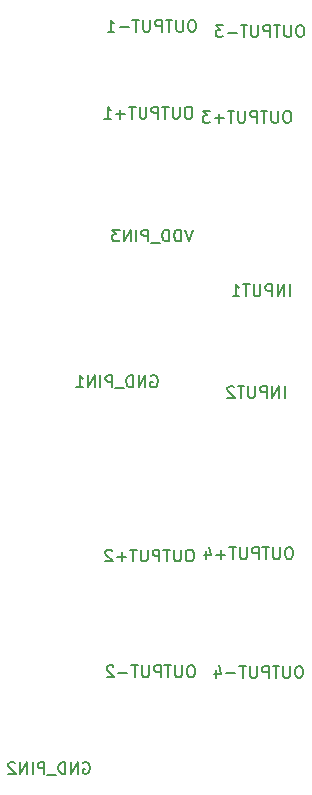
<source format=gbo>
G04 #@! TF.GenerationSoftware,KiCad,Pcbnew,9.0.1*
G04 #@! TF.CreationDate,2025-06-15T18:00:33+03:00*
G04 #@! TF.ProjectId,pcb_no_div,7063625f-6e6f-45f6-9469-762e6b696361,rev?*
G04 #@! TF.SameCoordinates,Original*
G04 #@! TF.FileFunction,Legend,Bot*
G04 #@! TF.FilePolarity,Positive*
%FSLAX46Y46*%
G04 Gerber Fmt 4.6, Leading zero omitted, Abs format (unit mm)*
G04 Created by KiCad (PCBNEW 9.0.1) date 2025-06-15 18:00:33*
%MOMM*%
%LPD*%
G01*
G04 APERTURE LIST*
%ADD10C,0.150000*%
G04 APERTURE END LIST*
D10*
X128349999Y-46204819D02*
X128159523Y-46204819D01*
X128159523Y-46204819D02*
X128064285Y-46252438D01*
X128064285Y-46252438D02*
X127969047Y-46347676D01*
X127969047Y-46347676D02*
X127921428Y-46538152D01*
X127921428Y-46538152D02*
X127921428Y-46871485D01*
X127921428Y-46871485D02*
X127969047Y-47061961D01*
X127969047Y-47061961D02*
X128064285Y-47157200D01*
X128064285Y-47157200D02*
X128159523Y-47204819D01*
X128159523Y-47204819D02*
X128349999Y-47204819D01*
X128349999Y-47204819D02*
X128445237Y-47157200D01*
X128445237Y-47157200D02*
X128540475Y-47061961D01*
X128540475Y-47061961D02*
X128588094Y-46871485D01*
X128588094Y-46871485D02*
X128588094Y-46538152D01*
X128588094Y-46538152D02*
X128540475Y-46347676D01*
X128540475Y-46347676D02*
X128445237Y-46252438D01*
X128445237Y-46252438D02*
X128349999Y-46204819D01*
X127492856Y-46204819D02*
X127492856Y-47014342D01*
X127492856Y-47014342D02*
X127445237Y-47109580D01*
X127445237Y-47109580D02*
X127397618Y-47157200D01*
X127397618Y-47157200D02*
X127302380Y-47204819D01*
X127302380Y-47204819D02*
X127111904Y-47204819D01*
X127111904Y-47204819D02*
X127016666Y-47157200D01*
X127016666Y-47157200D02*
X126969047Y-47109580D01*
X126969047Y-47109580D02*
X126921428Y-47014342D01*
X126921428Y-47014342D02*
X126921428Y-46204819D01*
X126588094Y-46204819D02*
X126016666Y-46204819D01*
X126302380Y-47204819D02*
X126302380Y-46204819D01*
X125683332Y-47204819D02*
X125683332Y-46204819D01*
X125683332Y-46204819D02*
X125302380Y-46204819D01*
X125302380Y-46204819D02*
X125207142Y-46252438D01*
X125207142Y-46252438D02*
X125159523Y-46300057D01*
X125159523Y-46300057D02*
X125111904Y-46395295D01*
X125111904Y-46395295D02*
X125111904Y-46538152D01*
X125111904Y-46538152D02*
X125159523Y-46633390D01*
X125159523Y-46633390D02*
X125207142Y-46681009D01*
X125207142Y-46681009D02*
X125302380Y-46728628D01*
X125302380Y-46728628D02*
X125683332Y-46728628D01*
X124683332Y-46204819D02*
X124683332Y-47014342D01*
X124683332Y-47014342D02*
X124635713Y-47109580D01*
X124635713Y-47109580D02*
X124588094Y-47157200D01*
X124588094Y-47157200D02*
X124492856Y-47204819D01*
X124492856Y-47204819D02*
X124302380Y-47204819D01*
X124302380Y-47204819D02*
X124207142Y-47157200D01*
X124207142Y-47157200D02*
X124159523Y-47109580D01*
X124159523Y-47109580D02*
X124111904Y-47014342D01*
X124111904Y-47014342D02*
X124111904Y-46204819D01*
X123778570Y-46204819D02*
X123207142Y-46204819D01*
X123492856Y-47204819D02*
X123492856Y-46204819D01*
X122873808Y-46823866D02*
X122111904Y-46823866D01*
X122492856Y-47204819D02*
X122492856Y-46442914D01*
X121730951Y-46204819D02*
X121111904Y-46204819D01*
X121111904Y-46204819D02*
X121445237Y-46585771D01*
X121445237Y-46585771D02*
X121302380Y-46585771D01*
X121302380Y-46585771D02*
X121207142Y-46633390D01*
X121207142Y-46633390D02*
X121159523Y-46681009D01*
X121159523Y-46681009D02*
X121111904Y-46776247D01*
X121111904Y-46776247D02*
X121111904Y-47014342D01*
X121111904Y-47014342D02*
X121159523Y-47109580D01*
X121159523Y-47109580D02*
X121207142Y-47157200D01*
X121207142Y-47157200D02*
X121302380Y-47204819D01*
X121302380Y-47204819D02*
X121588094Y-47204819D01*
X121588094Y-47204819D02*
X121683332Y-47157200D01*
X121683332Y-47157200D02*
X121730951Y-47109580D01*
X116730952Y-68652438D02*
X116826190Y-68604819D01*
X116826190Y-68604819D02*
X116969047Y-68604819D01*
X116969047Y-68604819D02*
X117111904Y-68652438D01*
X117111904Y-68652438D02*
X117207142Y-68747676D01*
X117207142Y-68747676D02*
X117254761Y-68842914D01*
X117254761Y-68842914D02*
X117302380Y-69033390D01*
X117302380Y-69033390D02*
X117302380Y-69176247D01*
X117302380Y-69176247D02*
X117254761Y-69366723D01*
X117254761Y-69366723D02*
X117207142Y-69461961D01*
X117207142Y-69461961D02*
X117111904Y-69557200D01*
X117111904Y-69557200D02*
X116969047Y-69604819D01*
X116969047Y-69604819D02*
X116873809Y-69604819D01*
X116873809Y-69604819D02*
X116730952Y-69557200D01*
X116730952Y-69557200D02*
X116683333Y-69509580D01*
X116683333Y-69509580D02*
X116683333Y-69176247D01*
X116683333Y-69176247D02*
X116873809Y-69176247D01*
X116254761Y-69604819D02*
X116254761Y-68604819D01*
X116254761Y-68604819D02*
X115683333Y-69604819D01*
X115683333Y-69604819D02*
X115683333Y-68604819D01*
X115207142Y-69604819D02*
X115207142Y-68604819D01*
X115207142Y-68604819D02*
X114969047Y-68604819D01*
X114969047Y-68604819D02*
X114826190Y-68652438D01*
X114826190Y-68652438D02*
X114730952Y-68747676D01*
X114730952Y-68747676D02*
X114683333Y-68842914D01*
X114683333Y-68842914D02*
X114635714Y-69033390D01*
X114635714Y-69033390D02*
X114635714Y-69176247D01*
X114635714Y-69176247D02*
X114683333Y-69366723D01*
X114683333Y-69366723D02*
X114730952Y-69461961D01*
X114730952Y-69461961D02*
X114826190Y-69557200D01*
X114826190Y-69557200D02*
X114969047Y-69604819D01*
X114969047Y-69604819D02*
X115207142Y-69604819D01*
X114445238Y-69700057D02*
X113683333Y-69700057D01*
X113445237Y-69604819D02*
X113445237Y-68604819D01*
X113445237Y-68604819D02*
X113064285Y-68604819D01*
X113064285Y-68604819D02*
X112969047Y-68652438D01*
X112969047Y-68652438D02*
X112921428Y-68700057D01*
X112921428Y-68700057D02*
X112873809Y-68795295D01*
X112873809Y-68795295D02*
X112873809Y-68938152D01*
X112873809Y-68938152D02*
X112921428Y-69033390D01*
X112921428Y-69033390D02*
X112969047Y-69081009D01*
X112969047Y-69081009D02*
X113064285Y-69128628D01*
X113064285Y-69128628D02*
X113445237Y-69128628D01*
X112445237Y-69604819D02*
X112445237Y-68604819D01*
X111969047Y-69604819D02*
X111969047Y-68604819D01*
X111969047Y-68604819D02*
X111397619Y-69604819D01*
X111397619Y-69604819D02*
X111397619Y-68604819D01*
X110397619Y-69604819D02*
X110969047Y-69604819D01*
X110683333Y-69604819D02*
X110683333Y-68604819D01*
X110683333Y-68604819D02*
X110778571Y-68747676D01*
X110778571Y-68747676D02*
X110873809Y-68842914D01*
X110873809Y-68842914D02*
X110969047Y-68890533D01*
X120199999Y-93154819D02*
X120009523Y-93154819D01*
X120009523Y-93154819D02*
X119914285Y-93202438D01*
X119914285Y-93202438D02*
X119819047Y-93297676D01*
X119819047Y-93297676D02*
X119771428Y-93488152D01*
X119771428Y-93488152D02*
X119771428Y-93821485D01*
X119771428Y-93821485D02*
X119819047Y-94011961D01*
X119819047Y-94011961D02*
X119914285Y-94107200D01*
X119914285Y-94107200D02*
X120009523Y-94154819D01*
X120009523Y-94154819D02*
X120199999Y-94154819D01*
X120199999Y-94154819D02*
X120295237Y-94107200D01*
X120295237Y-94107200D02*
X120390475Y-94011961D01*
X120390475Y-94011961D02*
X120438094Y-93821485D01*
X120438094Y-93821485D02*
X120438094Y-93488152D01*
X120438094Y-93488152D02*
X120390475Y-93297676D01*
X120390475Y-93297676D02*
X120295237Y-93202438D01*
X120295237Y-93202438D02*
X120199999Y-93154819D01*
X119342856Y-93154819D02*
X119342856Y-93964342D01*
X119342856Y-93964342D02*
X119295237Y-94059580D01*
X119295237Y-94059580D02*
X119247618Y-94107200D01*
X119247618Y-94107200D02*
X119152380Y-94154819D01*
X119152380Y-94154819D02*
X118961904Y-94154819D01*
X118961904Y-94154819D02*
X118866666Y-94107200D01*
X118866666Y-94107200D02*
X118819047Y-94059580D01*
X118819047Y-94059580D02*
X118771428Y-93964342D01*
X118771428Y-93964342D02*
X118771428Y-93154819D01*
X118438094Y-93154819D02*
X117866666Y-93154819D01*
X118152380Y-94154819D02*
X118152380Y-93154819D01*
X117533332Y-94154819D02*
X117533332Y-93154819D01*
X117533332Y-93154819D02*
X117152380Y-93154819D01*
X117152380Y-93154819D02*
X117057142Y-93202438D01*
X117057142Y-93202438D02*
X117009523Y-93250057D01*
X117009523Y-93250057D02*
X116961904Y-93345295D01*
X116961904Y-93345295D02*
X116961904Y-93488152D01*
X116961904Y-93488152D02*
X117009523Y-93583390D01*
X117009523Y-93583390D02*
X117057142Y-93631009D01*
X117057142Y-93631009D02*
X117152380Y-93678628D01*
X117152380Y-93678628D02*
X117533332Y-93678628D01*
X116533332Y-93154819D02*
X116533332Y-93964342D01*
X116533332Y-93964342D02*
X116485713Y-94059580D01*
X116485713Y-94059580D02*
X116438094Y-94107200D01*
X116438094Y-94107200D02*
X116342856Y-94154819D01*
X116342856Y-94154819D02*
X116152380Y-94154819D01*
X116152380Y-94154819D02*
X116057142Y-94107200D01*
X116057142Y-94107200D02*
X116009523Y-94059580D01*
X116009523Y-94059580D02*
X115961904Y-93964342D01*
X115961904Y-93964342D02*
X115961904Y-93154819D01*
X115628570Y-93154819D02*
X115057142Y-93154819D01*
X115342856Y-94154819D02*
X115342856Y-93154819D01*
X114723808Y-93773866D02*
X113961904Y-93773866D01*
X113533332Y-93250057D02*
X113485713Y-93202438D01*
X113485713Y-93202438D02*
X113390475Y-93154819D01*
X113390475Y-93154819D02*
X113152380Y-93154819D01*
X113152380Y-93154819D02*
X113057142Y-93202438D01*
X113057142Y-93202438D02*
X113009523Y-93250057D01*
X113009523Y-93250057D02*
X112961904Y-93345295D01*
X112961904Y-93345295D02*
X112961904Y-93440533D01*
X112961904Y-93440533D02*
X113009523Y-93583390D01*
X113009523Y-93583390D02*
X113580951Y-94154819D01*
X113580951Y-94154819D02*
X112961904Y-94154819D01*
X120252380Y-56254819D02*
X119919047Y-57254819D01*
X119919047Y-57254819D02*
X119585714Y-56254819D01*
X119252380Y-57254819D02*
X119252380Y-56254819D01*
X119252380Y-56254819D02*
X119014285Y-56254819D01*
X119014285Y-56254819D02*
X118871428Y-56302438D01*
X118871428Y-56302438D02*
X118776190Y-56397676D01*
X118776190Y-56397676D02*
X118728571Y-56492914D01*
X118728571Y-56492914D02*
X118680952Y-56683390D01*
X118680952Y-56683390D02*
X118680952Y-56826247D01*
X118680952Y-56826247D02*
X118728571Y-57016723D01*
X118728571Y-57016723D02*
X118776190Y-57111961D01*
X118776190Y-57111961D02*
X118871428Y-57207200D01*
X118871428Y-57207200D02*
X119014285Y-57254819D01*
X119014285Y-57254819D02*
X119252380Y-57254819D01*
X118252380Y-57254819D02*
X118252380Y-56254819D01*
X118252380Y-56254819D02*
X118014285Y-56254819D01*
X118014285Y-56254819D02*
X117871428Y-56302438D01*
X117871428Y-56302438D02*
X117776190Y-56397676D01*
X117776190Y-56397676D02*
X117728571Y-56492914D01*
X117728571Y-56492914D02*
X117680952Y-56683390D01*
X117680952Y-56683390D02*
X117680952Y-56826247D01*
X117680952Y-56826247D02*
X117728571Y-57016723D01*
X117728571Y-57016723D02*
X117776190Y-57111961D01*
X117776190Y-57111961D02*
X117871428Y-57207200D01*
X117871428Y-57207200D02*
X118014285Y-57254819D01*
X118014285Y-57254819D02*
X118252380Y-57254819D01*
X117490476Y-57350057D02*
X116728571Y-57350057D01*
X116490475Y-57254819D02*
X116490475Y-56254819D01*
X116490475Y-56254819D02*
X116109523Y-56254819D01*
X116109523Y-56254819D02*
X116014285Y-56302438D01*
X116014285Y-56302438D02*
X115966666Y-56350057D01*
X115966666Y-56350057D02*
X115919047Y-56445295D01*
X115919047Y-56445295D02*
X115919047Y-56588152D01*
X115919047Y-56588152D02*
X115966666Y-56683390D01*
X115966666Y-56683390D02*
X116014285Y-56731009D01*
X116014285Y-56731009D02*
X116109523Y-56778628D01*
X116109523Y-56778628D02*
X116490475Y-56778628D01*
X115490475Y-57254819D02*
X115490475Y-56254819D01*
X115014285Y-57254819D02*
X115014285Y-56254819D01*
X115014285Y-56254819D02*
X114442857Y-57254819D01*
X114442857Y-57254819D02*
X114442857Y-56254819D01*
X114061904Y-56254819D02*
X113442857Y-56254819D01*
X113442857Y-56254819D02*
X113776190Y-56635771D01*
X113776190Y-56635771D02*
X113633333Y-56635771D01*
X113633333Y-56635771D02*
X113538095Y-56683390D01*
X113538095Y-56683390D02*
X113490476Y-56731009D01*
X113490476Y-56731009D02*
X113442857Y-56826247D01*
X113442857Y-56826247D02*
X113442857Y-57064342D01*
X113442857Y-57064342D02*
X113490476Y-57159580D01*
X113490476Y-57159580D02*
X113538095Y-57207200D01*
X113538095Y-57207200D02*
X113633333Y-57254819D01*
X113633333Y-57254819D02*
X113919047Y-57254819D01*
X113919047Y-57254819D02*
X114014285Y-57207200D01*
X114014285Y-57207200D02*
X114061904Y-57159580D01*
X129449999Y-38954819D02*
X129259523Y-38954819D01*
X129259523Y-38954819D02*
X129164285Y-39002438D01*
X129164285Y-39002438D02*
X129069047Y-39097676D01*
X129069047Y-39097676D02*
X129021428Y-39288152D01*
X129021428Y-39288152D02*
X129021428Y-39621485D01*
X129021428Y-39621485D02*
X129069047Y-39811961D01*
X129069047Y-39811961D02*
X129164285Y-39907200D01*
X129164285Y-39907200D02*
X129259523Y-39954819D01*
X129259523Y-39954819D02*
X129449999Y-39954819D01*
X129449999Y-39954819D02*
X129545237Y-39907200D01*
X129545237Y-39907200D02*
X129640475Y-39811961D01*
X129640475Y-39811961D02*
X129688094Y-39621485D01*
X129688094Y-39621485D02*
X129688094Y-39288152D01*
X129688094Y-39288152D02*
X129640475Y-39097676D01*
X129640475Y-39097676D02*
X129545237Y-39002438D01*
X129545237Y-39002438D02*
X129449999Y-38954819D01*
X128592856Y-38954819D02*
X128592856Y-39764342D01*
X128592856Y-39764342D02*
X128545237Y-39859580D01*
X128545237Y-39859580D02*
X128497618Y-39907200D01*
X128497618Y-39907200D02*
X128402380Y-39954819D01*
X128402380Y-39954819D02*
X128211904Y-39954819D01*
X128211904Y-39954819D02*
X128116666Y-39907200D01*
X128116666Y-39907200D02*
X128069047Y-39859580D01*
X128069047Y-39859580D02*
X128021428Y-39764342D01*
X128021428Y-39764342D02*
X128021428Y-38954819D01*
X127688094Y-38954819D02*
X127116666Y-38954819D01*
X127402380Y-39954819D02*
X127402380Y-38954819D01*
X126783332Y-39954819D02*
X126783332Y-38954819D01*
X126783332Y-38954819D02*
X126402380Y-38954819D01*
X126402380Y-38954819D02*
X126307142Y-39002438D01*
X126307142Y-39002438D02*
X126259523Y-39050057D01*
X126259523Y-39050057D02*
X126211904Y-39145295D01*
X126211904Y-39145295D02*
X126211904Y-39288152D01*
X126211904Y-39288152D02*
X126259523Y-39383390D01*
X126259523Y-39383390D02*
X126307142Y-39431009D01*
X126307142Y-39431009D02*
X126402380Y-39478628D01*
X126402380Y-39478628D02*
X126783332Y-39478628D01*
X125783332Y-38954819D02*
X125783332Y-39764342D01*
X125783332Y-39764342D02*
X125735713Y-39859580D01*
X125735713Y-39859580D02*
X125688094Y-39907200D01*
X125688094Y-39907200D02*
X125592856Y-39954819D01*
X125592856Y-39954819D02*
X125402380Y-39954819D01*
X125402380Y-39954819D02*
X125307142Y-39907200D01*
X125307142Y-39907200D02*
X125259523Y-39859580D01*
X125259523Y-39859580D02*
X125211904Y-39764342D01*
X125211904Y-39764342D02*
X125211904Y-38954819D01*
X124878570Y-38954819D02*
X124307142Y-38954819D01*
X124592856Y-39954819D02*
X124592856Y-38954819D01*
X123973808Y-39573866D02*
X123211904Y-39573866D01*
X122830951Y-38954819D02*
X122211904Y-38954819D01*
X122211904Y-38954819D02*
X122545237Y-39335771D01*
X122545237Y-39335771D02*
X122402380Y-39335771D01*
X122402380Y-39335771D02*
X122307142Y-39383390D01*
X122307142Y-39383390D02*
X122259523Y-39431009D01*
X122259523Y-39431009D02*
X122211904Y-39526247D01*
X122211904Y-39526247D02*
X122211904Y-39764342D01*
X122211904Y-39764342D02*
X122259523Y-39859580D01*
X122259523Y-39859580D02*
X122307142Y-39907200D01*
X122307142Y-39907200D02*
X122402380Y-39954819D01*
X122402380Y-39954819D02*
X122688094Y-39954819D01*
X122688094Y-39954819D02*
X122783332Y-39907200D01*
X122783332Y-39907200D02*
X122830951Y-39859580D01*
X128499999Y-83154819D02*
X128309523Y-83154819D01*
X128309523Y-83154819D02*
X128214285Y-83202438D01*
X128214285Y-83202438D02*
X128119047Y-83297676D01*
X128119047Y-83297676D02*
X128071428Y-83488152D01*
X128071428Y-83488152D02*
X128071428Y-83821485D01*
X128071428Y-83821485D02*
X128119047Y-84011961D01*
X128119047Y-84011961D02*
X128214285Y-84107200D01*
X128214285Y-84107200D02*
X128309523Y-84154819D01*
X128309523Y-84154819D02*
X128499999Y-84154819D01*
X128499999Y-84154819D02*
X128595237Y-84107200D01*
X128595237Y-84107200D02*
X128690475Y-84011961D01*
X128690475Y-84011961D02*
X128738094Y-83821485D01*
X128738094Y-83821485D02*
X128738094Y-83488152D01*
X128738094Y-83488152D02*
X128690475Y-83297676D01*
X128690475Y-83297676D02*
X128595237Y-83202438D01*
X128595237Y-83202438D02*
X128499999Y-83154819D01*
X127642856Y-83154819D02*
X127642856Y-83964342D01*
X127642856Y-83964342D02*
X127595237Y-84059580D01*
X127595237Y-84059580D02*
X127547618Y-84107200D01*
X127547618Y-84107200D02*
X127452380Y-84154819D01*
X127452380Y-84154819D02*
X127261904Y-84154819D01*
X127261904Y-84154819D02*
X127166666Y-84107200D01*
X127166666Y-84107200D02*
X127119047Y-84059580D01*
X127119047Y-84059580D02*
X127071428Y-83964342D01*
X127071428Y-83964342D02*
X127071428Y-83154819D01*
X126738094Y-83154819D02*
X126166666Y-83154819D01*
X126452380Y-84154819D02*
X126452380Y-83154819D01*
X125833332Y-84154819D02*
X125833332Y-83154819D01*
X125833332Y-83154819D02*
X125452380Y-83154819D01*
X125452380Y-83154819D02*
X125357142Y-83202438D01*
X125357142Y-83202438D02*
X125309523Y-83250057D01*
X125309523Y-83250057D02*
X125261904Y-83345295D01*
X125261904Y-83345295D02*
X125261904Y-83488152D01*
X125261904Y-83488152D02*
X125309523Y-83583390D01*
X125309523Y-83583390D02*
X125357142Y-83631009D01*
X125357142Y-83631009D02*
X125452380Y-83678628D01*
X125452380Y-83678628D02*
X125833332Y-83678628D01*
X124833332Y-83154819D02*
X124833332Y-83964342D01*
X124833332Y-83964342D02*
X124785713Y-84059580D01*
X124785713Y-84059580D02*
X124738094Y-84107200D01*
X124738094Y-84107200D02*
X124642856Y-84154819D01*
X124642856Y-84154819D02*
X124452380Y-84154819D01*
X124452380Y-84154819D02*
X124357142Y-84107200D01*
X124357142Y-84107200D02*
X124309523Y-84059580D01*
X124309523Y-84059580D02*
X124261904Y-83964342D01*
X124261904Y-83964342D02*
X124261904Y-83154819D01*
X123928570Y-83154819D02*
X123357142Y-83154819D01*
X123642856Y-84154819D02*
X123642856Y-83154819D01*
X123023808Y-83773866D02*
X122261904Y-83773866D01*
X122642856Y-84154819D02*
X122642856Y-83392914D01*
X121357142Y-83488152D02*
X121357142Y-84154819D01*
X121595237Y-83107200D02*
X121833332Y-83821485D01*
X121833332Y-83821485D02*
X121214285Y-83821485D01*
X120299999Y-38504819D02*
X120109523Y-38504819D01*
X120109523Y-38504819D02*
X120014285Y-38552438D01*
X120014285Y-38552438D02*
X119919047Y-38647676D01*
X119919047Y-38647676D02*
X119871428Y-38838152D01*
X119871428Y-38838152D02*
X119871428Y-39171485D01*
X119871428Y-39171485D02*
X119919047Y-39361961D01*
X119919047Y-39361961D02*
X120014285Y-39457200D01*
X120014285Y-39457200D02*
X120109523Y-39504819D01*
X120109523Y-39504819D02*
X120299999Y-39504819D01*
X120299999Y-39504819D02*
X120395237Y-39457200D01*
X120395237Y-39457200D02*
X120490475Y-39361961D01*
X120490475Y-39361961D02*
X120538094Y-39171485D01*
X120538094Y-39171485D02*
X120538094Y-38838152D01*
X120538094Y-38838152D02*
X120490475Y-38647676D01*
X120490475Y-38647676D02*
X120395237Y-38552438D01*
X120395237Y-38552438D02*
X120299999Y-38504819D01*
X119442856Y-38504819D02*
X119442856Y-39314342D01*
X119442856Y-39314342D02*
X119395237Y-39409580D01*
X119395237Y-39409580D02*
X119347618Y-39457200D01*
X119347618Y-39457200D02*
X119252380Y-39504819D01*
X119252380Y-39504819D02*
X119061904Y-39504819D01*
X119061904Y-39504819D02*
X118966666Y-39457200D01*
X118966666Y-39457200D02*
X118919047Y-39409580D01*
X118919047Y-39409580D02*
X118871428Y-39314342D01*
X118871428Y-39314342D02*
X118871428Y-38504819D01*
X118538094Y-38504819D02*
X117966666Y-38504819D01*
X118252380Y-39504819D02*
X118252380Y-38504819D01*
X117633332Y-39504819D02*
X117633332Y-38504819D01*
X117633332Y-38504819D02*
X117252380Y-38504819D01*
X117252380Y-38504819D02*
X117157142Y-38552438D01*
X117157142Y-38552438D02*
X117109523Y-38600057D01*
X117109523Y-38600057D02*
X117061904Y-38695295D01*
X117061904Y-38695295D02*
X117061904Y-38838152D01*
X117061904Y-38838152D02*
X117109523Y-38933390D01*
X117109523Y-38933390D02*
X117157142Y-38981009D01*
X117157142Y-38981009D02*
X117252380Y-39028628D01*
X117252380Y-39028628D02*
X117633332Y-39028628D01*
X116633332Y-38504819D02*
X116633332Y-39314342D01*
X116633332Y-39314342D02*
X116585713Y-39409580D01*
X116585713Y-39409580D02*
X116538094Y-39457200D01*
X116538094Y-39457200D02*
X116442856Y-39504819D01*
X116442856Y-39504819D02*
X116252380Y-39504819D01*
X116252380Y-39504819D02*
X116157142Y-39457200D01*
X116157142Y-39457200D02*
X116109523Y-39409580D01*
X116109523Y-39409580D02*
X116061904Y-39314342D01*
X116061904Y-39314342D02*
X116061904Y-38504819D01*
X115728570Y-38504819D02*
X115157142Y-38504819D01*
X115442856Y-39504819D02*
X115442856Y-38504819D01*
X114823808Y-39123866D02*
X114061904Y-39123866D01*
X113061904Y-39504819D02*
X113633332Y-39504819D01*
X113347618Y-39504819D02*
X113347618Y-38504819D01*
X113347618Y-38504819D02*
X113442856Y-38647676D01*
X113442856Y-38647676D02*
X113538094Y-38742914D01*
X113538094Y-38742914D02*
X113633332Y-38790533D01*
X129349999Y-93204819D02*
X129159523Y-93204819D01*
X129159523Y-93204819D02*
X129064285Y-93252438D01*
X129064285Y-93252438D02*
X128969047Y-93347676D01*
X128969047Y-93347676D02*
X128921428Y-93538152D01*
X128921428Y-93538152D02*
X128921428Y-93871485D01*
X128921428Y-93871485D02*
X128969047Y-94061961D01*
X128969047Y-94061961D02*
X129064285Y-94157200D01*
X129064285Y-94157200D02*
X129159523Y-94204819D01*
X129159523Y-94204819D02*
X129349999Y-94204819D01*
X129349999Y-94204819D02*
X129445237Y-94157200D01*
X129445237Y-94157200D02*
X129540475Y-94061961D01*
X129540475Y-94061961D02*
X129588094Y-93871485D01*
X129588094Y-93871485D02*
X129588094Y-93538152D01*
X129588094Y-93538152D02*
X129540475Y-93347676D01*
X129540475Y-93347676D02*
X129445237Y-93252438D01*
X129445237Y-93252438D02*
X129349999Y-93204819D01*
X128492856Y-93204819D02*
X128492856Y-94014342D01*
X128492856Y-94014342D02*
X128445237Y-94109580D01*
X128445237Y-94109580D02*
X128397618Y-94157200D01*
X128397618Y-94157200D02*
X128302380Y-94204819D01*
X128302380Y-94204819D02*
X128111904Y-94204819D01*
X128111904Y-94204819D02*
X128016666Y-94157200D01*
X128016666Y-94157200D02*
X127969047Y-94109580D01*
X127969047Y-94109580D02*
X127921428Y-94014342D01*
X127921428Y-94014342D02*
X127921428Y-93204819D01*
X127588094Y-93204819D02*
X127016666Y-93204819D01*
X127302380Y-94204819D02*
X127302380Y-93204819D01*
X126683332Y-94204819D02*
X126683332Y-93204819D01*
X126683332Y-93204819D02*
X126302380Y-93204819D01*
X126302380Y-93204819D02*
X126207142Y-93252438D01*
X126207142Y-93252438D02*
X126159523Y-93300057D01*
X126159523Y-93300057D02*
X126111904Y-93395295D01*
X126111904Y-93395295D02*
X126111904Y-93538152D01*
X126111904Y-93538152D02*
X126159523Y-93633390D01*
X126159523Y-93633390D02*
X126207142Y-93681009D01*
X126207142Y-93681009D02*
X126302380Y-93728628D01*
X126302380Y-93728628D02*
X126683332Y-93728628D01*
X125683332Y-93204819D02*
X125683332Y-94014342D01*
X125683332Y-94014342D02*
X125635713Y-94109580D01*
X125635713Y-94109580D02*
X125588094Y-94157200D01*
X125588094Y-94157200D02*
X125492856Y-94204819D01*
X125492856Y-94204819D02*
X125302380Y-94204819D01*
X125302380Y-94204819D02*
X125207142Y-94157200D01*
X125207142Y-94157200D02*
X125159523Y-94109580D01*
X125159523Y-94109580D02*
X125111904Y-94014342D01*
X125111904Y-94014342D02*
X125111904Y-93204819D01*
X124778570Y-93204819D02*
X124207142Y-93204819D01*
X124492856Y-94204819D02*
X124492856Y-93204819D01*
X123873808Y-93823866D02*
X123111904Y-93823866D01*
X122207142Y-93538152D02*
X122207142Y-94204819D01*
X122445237Y-93157200D02*
X122683332Y-93871485D01*
X122683332Y-93871485D02*
X122064285Y-93871485D01*
X128504761Y-61904819D02*
X128504761Y-60904819D01*
X128028571Y-61904819D02*
X128028571Y-60904819D01*
X128028571Y-60904819D02*
X127457143Y-61904819D01*
X127457143Y-61904819D02*
X127457143Y-60904819D01*
X126980952Y-61904819D02*
X126980952Y-60904819D01*
X126980952Y-60904819D02*
X126600000Y-60904819D01*
X126600000Y-60904819D02*
X126504762Y-60952438D01*
X126504762Y-60952438D02*
X126457143Y-61000057D01*
X126457143Y-61000057D02*
X126409524Y-61095295D01*
X126409524Y-61095295D02*
X126409524Y-61238152D01*
X126409524Y-61238152D02*
X126457143Y-61333390D01*
X126457143Y-61333390D02*
X126504762Y-61381009D01*
X126504762Y-61381009D02*
X126600000Y-61428628D01*
X126600000Y-61428628D02*
X126980952Y-61428628D01*
X125980952Y-60904819D02*
X125980952Y-61714342D01*
X125980952Y-61714342D02*
X125933333Y-61809580D01*
X125933333Y-61809580D02*
X125885714Y-61857200D01*
X125885714Y-61857200D02*
X125790476Y-61904819D01*
X125790476Y-61904819D02*
X125600000Y-61904819D01*
X125600000Y-61904819D02*
X125504762Y-61857200D01*
X125504762Y-61857200D02*
X125457143Y-61809580D01*
X125457143Y-61809580D02*
X125409524Y-61714342D01*
X125409524Y-61714342D02*
X125409524Y-60904819D01*
X125076190Y-60904819D02*
X124504762Y-60904819D01*
X124790476Y-61904819D02*
X124790476Y-60904819D01*
X123647619Y-61904819D02*
X124219047Y-61904819D01*
X123933333Y-61904819D02*
X123933333Y-60904819D01*
X123933333Y-60904819D02*
X124028571Y-61047676D01*
X124028571Y-61047676D02*
X124123809Y-61142914D01*
X124123809Y-61142914D02*
X124219047Y-61190533D01*
X128054761Y-70504819D02*
X128054761Y-69504819D01*
X127578571Y-70504819D02*
X127578571Y-69504819D01*
X127578571Y-69504819D02*
X127007143Y-70504819D01*
X127007143Y-70504819D02*
X127007143Y-69504819D01*
X126530952Y-70504819D02*
X126530952Y-69504819D01*
X126530952Y-69504819D02*
X126150000Y-69504819D01*
X126150000Y-69504819D02*
X126054762Y-69552438D01*
X126054762Y-69552438D02*
X126007143Y-69600057D01*
X126007143Y-69600057D02*
X125959524Y-69695295D01*
X125959524Y-69695295D02*
X125959524Y-69838152D01*
X125959524Y-69838152D02*
X126007143Y-69933390D01*
X126007143Y-69933390D02*
X126054762Y-69981009D01*
X126054762Y-69981009D02*
X126150000Y-70028628D01*
X126150000Y-70028628D02*
X126530952Y-70028628D01*
X125530952Y-69504819D02*
X125530952Y-70314342D01*
X125530952Y-70314342D02*
X125483333Y-70409580D01*
X125483333Y-70409580D02*
X125435714Y-70457200D01*
X125435714Y-70457200D02*
X125340476Y-70504819D01*
X125340476Y-70504819D02*
X125150000Y-70504819D01*
X125150000Y-70504819D02*
X125054762Y-70457200D01*
X125054762Y-70457200D02*
X125007143Y-70409580D01*
X125007143Y-70409580D02*
X124959524Y-70314342D01*
X124959524Y-70314342D02*
X124959524Y-69504819D01*
X124626190Y-69504819D02*
X124054762Y-69504819D01*
X124340476Y-70504819D02*
X124340476Y-69504819D01*
X123769047Y-69600057D02*
X123721428Y-69552438D01*
X123721428Y-69552438D02*
X123626190Y-69504819D01*
X123626190Y-69504819D02*
X123388095Y-69504819D01*
X123388095Y-69504819D02*
X123292857Y-69552438D01*
X123292857Y-69552438D02*
X123245238Y-69600057D01*
X123245238Y-69600057D02*
X123197619Y-69695295D01*
X123197619Y-69695295D02*
X123197619Y-69790533D01*
X123197619Y-69790533D02*
X123245238Y-69933390D01*
X123245238Y-69933390D02*
X123816666Y-70504819D01*
X123816666Y-70504819D02*
X123197619Y-70504819D01*
X110980952Y-101402438D02*
X111076190Y-101354819D01*
X111076190Y-101354819D02*
X111219047Y-101354819D01*
X111219047Y-101354819D02*
X111361904Y-101402438D01*
X111361904Y-101402438D02*
X111457142Y-101497676D01*
X111457142Y-101497676D02*
X111504761Y-101592914D01*
X111504761Y-101592914D02*
X111552380Y-101783390D01*
X111552380Y-101783390D02*
X111552380Y-101926247D01*
X111552380Y-101926247D02*
X111504761Y-102116723D01*
X111504761Y-102116723D02*
X111457142Y-102211961D01*
X111457142Y-102211961D02*
X111361904Y-102307200D01*
X111361904Y-102307200D02*
X111219047Y-102354819D01*
X111219047Y-102354819D02*
X111123809Y-102354819D01*
X111123809Y-102354819D02*
X110980952Y-102307200D01*
X110980952Y-102307200D02*
X110933333Y-102259580D01*
X110933333Y-102259580D02*
X110933333Y-101926247D01*
X110933333Y-101926247D02*
X111123809Y-101926247D01*
X110504761Y-102354819D02*
X110504761Y-101354819D01*
X110504761Y-101354819D02*
X109933333Y-102354819D01*
X109933333Y-102354819D02*
X109933333Y-101354819D01*
X109457142Y-102354819D02*
X109457142Y-101354819D01*
X109457142Y-101354819D02*
X109219047Y-101354819D01*
X109219047Y-101354819D02*
X109076190Y-101402438D01*
X109076190Y-101402438D02*
X108980952Y-101497676D01*
X108980952Y-101497676D02*
X108933333Y-101592914D01*
X108933333Y-101592914D02*
X108885714Y-101783390D01*
X108885714Y-101783390D02*
X108885714Y-101926247D01*
X108885714Y-101926247D02*
X108933333Y-102116723D01*
X108933333Y-102116723D02*
X108980952Y-102211961D01*
X108980952Y-102211961D02*
X109076190Y-102307200D01*
X109076190Y-102307200D02*
X109219047Y-102354819D01*
X109219047Y-102354819D02*
X109457142Y-102354819D01*
X108695238Y-102450057D02*
X107933333Y-102450057D01*
X107695237Y-102354819D02*
X107695237Y-101354819D01*
X107695237Y-101354819D02*
X107314285Y-101354819D01*
X107314285Y-101354819D02*
X107219047Y-101402438D01*
X107219047Y-101402438D02*
X107171428Y-101450057D01*
X107171428Y-101450057D02*
X107123809Y-101545295D01*
X107123809Y-101545295D02*
X107123809Y-101688152D01*
X107123809Y-101688152D02*
X107171428Y-101783390D01*
X107171428Y-101783390D02*
X107219047Y-101831009D01*
X107219047Y-101831009D02*
X107314285Y-101878628D01*
X107314285Y-101878628D02*
X107695237Y-101878628D01*
X106695237Y-102354819D02*
X106695237Y-101354819D01*
X106219047Y-102354819D02*
X106219047Y-101354819D01*
X106219047Y-101354819D02*
X105647619Y-102354819D01*
X105647619Y-102354819D02*
X105647619Y-101354819D01*
X105219047Y-101450057D02*
X105171428Y-101402438D01*
X105171428Y-101402438D02*
X105076190Y-101354819D01*
X105076190Y-101354819D02*
X104838095Y-101354819D01*
X104838095Y-101354819D02*
X104742857Y-101402438D01*
X104742857Y-101402438D02*
X104695238Y-101450057D01*
X104695238Y-101450057D02*
X104647619Y-101545295D01*
X104647619Y-101545295D02*
X104647619Y-101640533D01*
X104647619Y-101640533D02*
X104695238Y-101783390D01*
X104695238Y-101783390D02*
X105266666Y-102354819D01*
X105266666Y-102354819D02*
X104647619Y-102354819D01*
X119999999Y-45854819D02*
X119809523Y-45854819D01*
X119809523Y-45854819D02*
X119714285Y-45902438D01*
X119714285Y-45902438D02*
X119619047Y-45997676D01*
X119619047Y-45997676D02*
X119571428Y-46188152D01*
X119571428Y-46188152D02*
X119571428Y-46521485D01*
X119571428Y-46521485D02*
X119619047Y-46711961D01*
X119619047Y-46711961D02*
X119714285Y-46807200D01*
X119714285Y-46807200D02*
X119809523Y-46854819D01*
X119809523Y-46854819D02*
X119999999Y-46854819D01*
X119999999Y-46854819D02*
X120095237Y-46807200D01*
X120095237Y-46807200D02*
X120190475Y-46711961D01*
X120190475Y-46711961D02*
X120238094Y-46521485D01*
X120238094Y-46521485D02*
X120238094Y-46188152D01*
X120238094Y-46188152D02*
X120190475Y-45997676D01*
X120190475Y-45997676D02*
X120095237Y-45902438D01*
X120095237Y-45902438D02*
X119999999Y-45854819D01*
X119142856Y-45854819D02*
X119142856Y-46664342D01*
X119142856Y-46664342D02*
X119095237Y-46759580D01*
X119095237Y-46759580D02*
X119047618Y-46807200D01*
X119047618Y-46807200D02*
X118952380Y-46854819D01*
X118952380Y-46854819D02*
X118761904Y-46854819D01*
X118761904Y-46854819D02*
X118666666Y-46807200D01*
X118666666Y-46807200D02*
X118619047Y-46759580D01*
X118619047Y-46759580D02*
X118571428Y-46664342D01*
X118571428Y-46664342D02*
X118571428Y-45854819D01*
X118238094Y-45854819D02*
X117666666Y-45854819D01*
X117952380Y-46854819D02*
X117952380Y-45854819D01*
X117333332Y-46854819D02*
X117333332Y-45854819D01*
X117333332Y-45854819D02*
X116952380Y-45854819D01*
X116952380Y-45854819D02*
X116857142Y-45902438D01*
X116857142Y-45902438D02*
X116809523Y-45950057D01*
X116809523Y-45950057D02*
X116761904Y-46045295D01*
X116761904Y-46045295D02*
X116761904Y-46188152D01*
X116761904Y-46188152D02*
X116809523Y-46283390D01*
X116809523Y-46283390D02*
X116857142Y-46331009D01*
X116857142Y-46331009D02*
X116952380Y-46378628D01*
X116952380Y-46378628D02*
X117333332Y-46378628D01*
X116333332Y-45854819D02*
X116333332Y-46664342D01*
X116333332Y-46664342D02*
X116285713Y-46759580D01*
X116285713Y-46759580D02*
X116238094Y-46807200D01*
X116238094Y-46807200D02*
X116142856Y-46854819D01*
X116142856Y-46854819D02*
X115952380Y-46854819D01*
X115952380Y-46854819D02*
X115857142Y-46807200D01*
X115857142Y-46807200D02*
X115809523Y-46759580D01*
X115809523Y-46759580D02*
X115761904Y-46664342D01*
X115761904Y-46664342D02*
X115761904Y-45854819D01*
X115428570Y-45854819D02*
X114857142Y-45854819D01*
X115142856Y-46854819D02*
X115142856Y-45854819D01*
X114523808Y-46473866D02*
X113761904Y-46473866D01*
X114142856Y-46854819D02*
X114142856Y-46092914D01*
X112761904Y-46854819D02*
X113333332Y-46854819D01*
X113047618Y-46854819D02*
X113047618Y-45854819D01*
X113047618Y-45854819D02*
X113142856Y-45997676D01*
X113142856Y-45997676D02*
X113238094Y-46092914D01*
X113238094Y-46092914D02*
X113333332Y-46140533D01*
X120099999Y-83354819D02*
X119909523Y-83354819D01*
X119909523Y-83354819D02*
X119814285Y-83402438D01*
X119814285Y-83402438D02*
X119719047Y-83497676D01*
X119719047Y-83497676D02*
X119671428Y-83688152D01*
X119671428Y-83688152D02*
X119671428Y-84021485D01*
X119671428Y-84021485D02*
X119719047Y-84211961D01*
X119719047Y-84211961D02*
X119814285Y-84307200D01*
X119814285Y-84307200D02*
X119909523Y-84354819D01*
X119909523Y-84354819D02*
X120099999Y-84354819D01*
X120099999Y-84354819D02*
X120195237Y-84307200D01*
X120195237Y-84307200D02*
X120290475Y-84211961D01*
X120290475Y-84211961D02*
X120338094Y-84021485D01*
X120338094Y-84021485D02*
X120338094Y-83688152D01*
X120338094Y-83688152D02*
X120290475Y-83497676D01*
X120290475Y-83497676D02*
X120195237Y-83402438D01*
X120195237Y-83402438D02*
X120099999Y-83354819D01*
X119242856Y-83354819D02*
X119242856Y-84164342D01*
X119242856Y-84164342D02*
X119195237Y-84259580D01*
X119195237Y-84259580D02*
X119147618Y-84307200D01*
X119147618Y-84307200D02*
X119052380Y-84354819D01*
X119052380Y-84354819D02*
X118861904Y-84354819D01*
X118861904Y-84354819D02*
X118766666Y-84307200D01*
X118766666Y-84307200D02*
X118719047Y-84259580D01*
X118719047Y-84259580D02*
X118671428Y-84164342D01*
X118671428Y-84164342D02*
X118671428Y-83354819D01*
X118338094Y-83354819D02*
X117766666Y-83354819D01*
X118052380Y-84354819D02*
X118052380Y-83354819D01*
X117433332Y-84354819D02*
X117433332Y-83354819D01*
X117433332Y-83354819D02*
X117052380Y-83354819D01*
X117052380Y-83354819D02*
X116957142Y-83402438D01*
X116957142Y-83402438D02*
X116909523Y-83450057D01*
X116909523Y-83450057D02*
X116861904Y-83545295D01*
X116861904Y-83545295D02*
X116861904Y-83688152D01*
X116861904Y-83688152D02*
X116909523Y-83783390D01*
X116909523Y-83783390D02*
X116957142Y-83831009D01*
X116957142Y-83831009D02*
X117052380Y-83878628D01*
X117052380Y-83878628D02*
X117433332Y-83878628D01*
X116433332Y-83354819D02*
X116433332Y-84164342D01*
X116433332Y-84164342D02*
X116385713Y-84259580D01*
X116385713Y-84259580D02*
X116338094Y-84307200D01*
X116338094Y-84307200D02*
X116242856Y-84354819D01*
X116242856Y-84354819D02*
X116052380Y-84354819D01*
X116052380Y-84354819D02*
X115957142Y-84307200D01*
X115957142Y-84307200D02*
X115909523Y-84259580D01*
X115909523Y-84259580D02*
X115861904Y-84164342D01*
X115861904Y-84164342D02*
X115861904Y-83354819D01*
X115528570Y-83354819D02*
X114957142Y-83354819D01*
X115242856Y-84354819D02*
X115242856Y-83354819D01*
X114623808Y-83973866D02*
X113861904Y-83973866D01*
X114242856Y-84354819D02*
X114242856Y-83592914D01*
X113433332Y-83450057D02*
X113385713Y-83402438D01*
X113385713Y-83402438D02*
X113290475Y-83354819D01*
X113290475Y-83354819D02*
X113052380Y-83354819D01*
X113052380Y-83354819D02*
X112957142Y-83402438D01*
X112957142Y-83402438D02*
X112909523Y-83450057D01*
X112909523Y-83450057D02*
X112861904Y-83545295D01*
X112861904Y-83545295D02*
X112861904Y-83640533D01*
X112861904Y-83640533D02*
X112909523Y-83783390D01*
X112909523Y-83783390D02*
X113480951Y-84354819D01*
X113480951Y-84354819D02*
X112861904Y-84354819D01*
%LPC*%
G36*
X46252519Y-101942387D02*
G01*
X46580507Y-102017248D01*
X46898050Y-102128361D01*
X47201157Y-102274330D01*
X47486014Y-102453317D01*
X47749040Y-102663074D01*
X47986926Y-102900960D01*
X48196683Y-103163986D01*
X48375670Y-103448843D01*
X48521639Y-103751950D01*
X48632752Y-104069493D01*
X48707613Y-104397481D01*
X48745280Y-104731789D01*
X48745280Y-105068211D01*
X48707613Y-105402519D01*
X48632752Y-105730507D01*
X48521639Y-106048050D01*
X48375670Y-106351157D01*
X48196683Y-106636014D01*
X47986926Y-106899040D01*
X47749040Y-107136926D01*
X47486014Y-107346683D01*
X47201157Y-107525670D01*
X46898050Y-107671639D01*
X46580507Y-107782752D01*
X46252519Y-107857613D01*
X45918211Y-107895280D01*
X45581789Y-107895280D01*
X45247481Y-107857613D01*
X44919493Y-107782752D01*
X44601950Y-107671639D01*
X44298843Y-107525670D01*
X44013986Y-107346683D01*
X43750960Y-107136926D01*
X43513074Y-106899040D01*
X43303317Y-106636014D01*
X43124330Y-106351157D01*
X42978361Y-106048050D01*
X42867248Y-105730507D01*
X42792387Y-105402519D01*
X42754720Y-105068211D01*
X42754720Y-104731789D01*
X42792387Y-104397481D01*
X42867248Y-104069493D01*
X42978361Y-103751950D01*
X43124330Y-103448843D01*
X43303317Y-103163986D01*
X43513074Y-102900960D01*
X43750960Y-102663074D01*
X44013986Y-102453317D01*
X44298843Y-102274330D01*
X44601950Y-102128361D01*
X44919493Y-102017248D01*
X45247481Y-101942387D01*
X45581789Y-101904720D01*
X45918211Y-101904720D01*
X46252519Y-101942387D01*
G37*
G36*
X122652519Y-101942387D02*
G01*
X122980507Y-102017248D01*
X123298050Y-102128361D01*
X123601157Y-102274330D01*
X123886014Y-102453317D01*
X124149040Y-102663074D01*
X124386926Y-102900960D01*
X124596683Y-103163986D01*
X124775670Y-103448843D01*
X124921639Y-103751950D01*
X125032752Y-104069493D01*
X125107613Y-104397481D01*
X125145280Y-104731789D01*
X125145280Y-105068211D01*
X125107613Y-105402519D01*
X125032752Y-105730507D01*
X124921639Y-106048050D01*
X124775670Y-106351157D01*
X124596683Y-106636014D01*
X124386926Y-106899040D01*
X124149040Y-107136926D01*
X123886014Y-107346683D01*
X123601157Y-107525670D01*
X123298050Y-107671639D01*
X122980507Y-107782752D01*
X122652519Y-107857613D01*
X122318211Y-107895280D01*
X121981789Y-107895280D01*
X121647481Y-107857613D01*
X121319493Y-107782752D01*
X121001950Y-107671639D01*
X120698843Y-107525670D01*
X120413986Y-107346683D01*
X120150960Y-107136926D01*
X119913074Y-106899040D01*
X119703317Y-106636014D01*
X119524330Y-106351157D01*
X119378361Y-106048050D01*
X119267248Y-105730507D01*
X119192387Y-105402519D01*
X119154720Y-105068211D01*
X119154720Y-104731789D01*
X119192387Y-104397481D01*
X119267248Y-104069493D01*
X119378361Y-103751950D01*
X119524330Y-103448843D01*
X119703317Y-103163986D01*
X119913074Y-102900960D01*
X120150960Y-102663074D01*
X120413986Y-102453317D01*
X120698843Y-102274330D01*
X121001950Y-102128361D01*
X121319493Y-102017248D01*
X121647481Y-101942387D01*
X121981789Y-101904720D01*
X122318211Y-101904720D01*
X122652519Y-101942387D01*
G37*
G36*
X108490181Y-102838429D02*
G01*
X108742879Y-102906140D01*
X108984577Y-103006255D01*
X109211140Y-103137061D01*
X109418692Y-103296320D01*
X109603680Y-103481308D01*
X109762939Y-103688860D01*
X109893745Y-103915423D01*
X109993860Y-104157121D01*
X110061571Y-104409819D01*
X110095718Y-104669194D01*
X110095718Y-104930806D01*
X110061571Y-105190181D01*
X109993860Y-105442879D01*
X109893745Y-105684577D01*
X109762939Y-105911140D01*
X109603680Y-106118692D01*
X109418692Y-106303680D01*
X109211140Y-106462939D01*
X108984577Y-106593745D01*
X108742879Y-106693860D01*
X108490181Y-106761571D01*
X108230806Y-106795718D01*
X107969194Y-106795718D01*
X107709819Y-106761571D01*
X107457121Y-106693860D01*
X107215423Y-106593745D01*
X106988860Y-106462939D01*
X106781308Y-106303680D01*
X106596320Y-106118692D01*
X106437061Y-105911140D01*
X106306255Y-105684577D01*
X106206140Y-105442879D01*
X106138429Y-105190181D01*
X106104282Y-104930806D01*
X106104282Y-104669194D01*
X106138429Y-104409819D01*
X106206140Y-104157121D01*
X106306255Y-103915423D01*
X106437061Y-103688860D01*
X106596320Y-103481308D01*
X106781308Y-103296320D01*
X106988860Y-103137061D01*
X107215423Y-103006255D01*
X107457121Y-102906140D01*
X107709819Y-102838429D01*
X107969194Y-102804282D01*
X108230806Y-102804282D01*
X108490181Y-102838429D01*
G37*
G36*
X94523513Y-97544208D02*
G01*
X94762293Y-97621793D01*
X94985998Y-97735776D01*
X95189117Y-97883350D01*
X95366650Y-98060883D01*
X95514224Y-98264002D01*
X95628207Y-98487707D01*
X95705792Y-98726487D01*
X95745068Y-98974465D01*
X95745068Y-99225535D01*
X95705792Y-99473513D01*
X95628207Y-99712293D01*
X95514224Y-99935998D01*
X95366650Y-100139117D01*
X95189117Y-100316650D01*
X94985998Y-100464224D01*
X94762293Y-100578207D01*
X94523513Y-100655792D01*
X94275535Y-100695068D01*
X94024465Y-100695068D01*
X93776487Y-100655792D01*
X93537707Y-100578207D01*
X93314002Y-100464224D01*
X93110883Y-100316650D01*
X92933350Y-100139117D01*
X92785776Y-99935998D01*
X92671793Y-99712293D01*
X92594208Y-99473513D01*
X92554932Y-99225535D01*
X92554932Y-98974465D01*
X92594208Y-98726487D01*
X92671793Y-98487707D01*
X92785776Y-98264002D01*
X92933350Y-98060883D01*
X93110883Y-97883350D01*
X93314002Y-97735776D01*
X93537707Y-97621793D01*
X93776487Y-97544208D01*
X94024465Y-97504932D01*
X94275535Y-97504932D01*
X94523513Y-97544208D01*
G37*
G36*
X117090181Y-95238429D02*
G01*
X117342879Y-95306140D01*
X117584577Y-95406255D01*
X117811140Y-95537061D01*
X118018692Y-95696320D01*
X118203680Y-95881308D01*
X118362939Y-96088860D01*
X118493745Y-96315423D01*
X118593860Y-96557121D01*
X118661571Y-96809819D01*
X118695718Y-97069194D01*
X118695718Y-97330806D01*
X118661571Y-97590181D01*
X118593860Y-97842879D01*
X118493745Y-98084577D01*
X118362939Y-98311140D01*
X118203680Y-98518692D01*
X118018692Y-98703680D01*
X117811140Y-98862939D01*
X117584577Y-98993745D01*
X117342879Y-99093860D01*
X117090181Y-99161571D01*
X116830806Y-99195718D01*
X116569194Y-99195718D01*
X116309819Y-99161571D01*
X116057121Y-99093860D01*
X115815423Y-98993745D01*
X115588860Y-98862939D01*
X115381308Y-98703680D01*
X115196320Y-98518692D01*
X115037061Y-98311140D01*
X114906255Y-98084577D01*
X114806140Y-97842879D01*
X114738429Y-97590181D01*
X114704282Y-97330806D01*
X114704282Y-97069194D01*
X114738429Y-96809819D01*
X114806140Y-96557121D01*
X114906255Y-96315423D01*
X115037061Y-96088860D01*
X115196320Y-95881308D01*
X115381308Y-95696320D01*
X115588860Y-95537061D01*
X115815423Y-95406255D01*
X116057121Y-95306140D01*
X116309819Y-95238429D01*
X116569194Y-95204282D01*
X116830806Y-95204282D01*
X117090181Y-95238429D01*
G37*
G36*
X126240181Y-95238429D02*
G01*
X126492879Y-95306140D01*
X126734577Y-95406255D01*
X126961140Y-95537061D01*
X127168692Y-95696320D01*
X127353680Y-95881308D01*
X127512939Y-96088860D01*
X127643745Y-96315423D01*
X127743860Y-96557121D01*
X127811571Y-96809819D01*
X127845718Y-97069194D01*
X127845718Y-97330806D01*
X127811571Y-97590181D01*
X127743860Y-97842879D01*
X127643745Y-98084577D01*
X127512939Y-98311140D01*
X127353680Y-98518692D01*
X127168692Y-98703680D01*
X126961140Y-98862939D01*
X126734577Y-98993745D01*
X126492879Y-99093860D01*
X126240181Y-99161571D01*
X125980806Y-99195718D01*
X125719194Y-99195718D01*
X125459819Y-99161571D01*
X125207121Y-99093860D01*
X124965423Y-98993745D01*
X124738860Y-98862939D01*
X124531308Y-98703680D01*
X124346320Y-98518692D01*
X124187061Y-98311140D01*
X124056255Y-98084577D01*
X123956140Y-97842879D01*
X123888429Y-97590181D01*
X123854282Y-97330806D01*
X123854282Y-97069194D01*
X123888429Y-96809819D01*
X123956140Y-96557121D01*
X124056255Y-96315423D01*
X124187061Y-96088860D01*
X124346320Y-95881308D01*
X124531308Y-95696320D01*
X124738860Y-95537061D01*
X124965423Y-95406255D01*
X125207121Y-95306140D01*
X125459819Y-95238429D01*
X125719194Y-95204282D01*
X125980806Y-95204282D01*
X126240181Y-95238429D01*
G37*
G36*
X50182228Y-96394448D02*
G01*
X50327117Y-96454463D01*
X50457515Y-96541592D01*
X50568408Y-96652485D01*
X50655537Y-96782883D01*
X50715552Y-96927772D01*
X50746148Y-97081586D01*
X50746148Y-97238414D01*
X50715552Y-97392228D01*
X50655537Y-97537117D01*
X50568408Y-97667515D01*
X50457515Y-97778408D01*
X50327117Y-97865537D01*
X50182228Y-97925552D01*
X50028414Y-97956148D01*
X49871586Y-97956148D01*
X49717772Y-97925552D01*
X49572883Y-97865537D01*
X49442485Y-97778408D01*
X49331592Y-97667515D01*
X49244463Y-97537117D01*
X49184448Y-97392228D01*
X49153852Y-97238414D01*
X49153852Y-97081586D01*
X49184448Y-96927772D01*
X49244463Y-96782883D01*
X49331592Y-96652485D01*
X49442485Y-96541592D01*
X49572883Y-96454463D01*
X49717772Y-96394448D01*
X49871586Y-96363852D01*
X50028414Y-96363852D01*
X50182228Y-96394448D01*
G37*
G36*
X65282228Y-96394448D02*
G01*
X65427117Y-96454463D01*
X65557515Y-96541592D01*
X65668408Y-96652485D01*
X65755537Y-96782883D01*
X65815552Y-96927772D01*
X65846148Y-97081586D01*
X65846148Y-97238414D01*
X65815552Y-97392228D01*
X65755537Y-97537117D01*
X65668408Y-97667515D01*
X65557515Y-97778408D01*
X65427117Y-97865537D01*
X65282228Y-97925552D01*
X65128414Y-97956148D01*
X64971586Y-97956148D01*
X64817772Y-97925552D01*
X64672883Y-97865537D01*
X64542485Y-97778408D01*
X64431592Y-97667515D01*
X64344463Y-97537117D01*
X64284448Y-97392228D01*
X64253852Y-97238414D01*
X64253852Y-97081586D01*
X64284448Y-96927772D01*
X64344463Y-96782883D01*
X64431592Y-96652485D01*
X64542485Y-96541592D01*
X64672883Y-96454463D01*
X64817772Y-96394448D01*
X64971586Y-96363852D01*
X65128414Y-96363852D01*
X65282228Y-96394448D01*
G37*
G36*
X105950000Y-97700000D02*
G01*
X104950000Y-97700000D01*
X104950000Y-96700000D01*
X105950000Y-96700000D01*
X105950000Y-97700000D01*
G37*
G36*
X78320000Y-97680000D02*
G01*
X77160000Y-97680000D01*
X77160000Y-96520000D01*
X78320000Y-96520000D01*
X78320000Y-97680000D01*
G37*
G36*
X80346275Y-96524962D02*
G01*
X80355705Y-96524962D01*
X80382871Y-96532241D01*
X80448278Y-96545251D01*
X80479153Y-96558039D01*
X80501956Y-96564150D01*
X80522401Y-96575954D01*
X80553274Y-96588742D01*
X80608719Y-96625789D01*
X80633082Y-96639855D01*
X80639750Y-96646523D01*
X80647761Y-96651876D01*
X80728123Y-96732238D01*
X80733475Y-96740248D01*
X80740145Y-96746918D01*
X80754212Y-96771283D01*
X80791257Y-96826725D01*
X80804043Y-96857594D01*
X80815850Y-96878044D01*
X80821961Y-96900850D01*
X80834748Y-96931721D01*
X80847757Y-96997123D01*
X80855038Y-97024295D01*
X80855038Y-97033725D01*
X80856918Y-97043177D01*
X80856918Y-97156822D01*
X80855038Y-97166273D01*
X80855038Y-97175705D01*
X80847756Y-97202879D01*
X80834748Y-97268278D01*
X80821961Y-97299146D01*
X80815850Y-97321956D01*
X80804042Y-97342407D01*
X80791257Y-97373274D01*
X80754216Y-97428708D01*
X80740145Y-97453082D01*
X80733473Y-97459753D01*
X80728123Y-97467761D01*
X80647761Y-97548123D01*
X80639753Y-97553473D01*
X80633082Y-97560145D01*
X80608708Y-97574216D01*
X80553274Y-97611257D01*
X80522407Y-97624042D01*
X80501956Y-97635850D01*
X80479146Y-97641961D01*
X80448278Y-97654748D01*
X80382877Y-97667757D01*
X80355705Y-97675038D01*
X80346274Y-97675038D01*
X80336823Y-97676918D01*
X80223177Y-97676918D01*
X80213726Y-97675038D01*
X80204295Y-97675038D01*
X80177123Y-97667757D01*
X80111721Y-97654748D01*
X80080850Y-97641961D01*
X80058044Y-97635850D01*
X80037594Y-97624043D01*
X80006725Y-97611257D01*
X79951283Y-97574212D01*
X79926918Y-97560145D01*
X79920248Y-97553475D01*
X79912238Y-97548123D01*
X79831876Y-97467761D01*
X79826523Y-97459750D01*
X79819855Y-97453082D01*
X79805789Y-97428719D01*
X79768742Y-97373274D01*
X79755954Y-97342401D01*
X79744150Y-97321956D01*
X79738039Y-97299153D01*
X79725251Y-97268278D01*
X79712241Y-97202873D01*
X79704962Y-97175705D01*
X79704962Y-97166273D01*
X79703082Y-97156822D01*
X79703082Y-97043177D01*
X79704962Y-97033725D01*
X79704962Y-97024295D01*
X79712241Y-96997129D01*
X79725251Y-96931721D01*
X79738040Y-96900844D01*
X79744150Y-96878044D01*
X79755952Y-96857600D01*
X79768742Y-96826725D01*
X79805793Y-96771272D01*
X79819855Y-96746918D01*
X79826521Y-96740251D01*
X79831876Y-96732238D01*
X79912238Y-96651876D01*
X79920251Y-96646521D01*
X79926918Y-96639855D01*
X79951272Y-96625793D01*
X80006725Y-96588742D01*
X80037600Y-96575952D01*
X80058044Y-96564150D01*
X80080844Y-96558040D01*
X80111721Y-96545251D01*
X80177129Y-96532241D01*
X80204295Y-96524962D01*
X80213725Y-96524962D01*
X80223177Y-96523082D01*
X80336823Y-96523082D01*
X80346275Y-96524962D01*
G37*
G36*
X82886275Y-96524962D02*
G01*
X82895705Y-96524962D01*
X82922871Y-96532241D01*
X82988278Y-96545251D01*
X83019153Y-96558039D01*
X83041956Y-96564150D01*
X83062401Y-96575954D01*
X83093274Y-96588742D01*
X83148719Y-96625789D01*
X83173082Y-96639855D01*
X83179750Y-96646523D01*
X83187761Y-96651876D01*
X83268123Y-96732238D01*
X83273475Y-96740248D01*
X83280145Y-96746918D01*
X83294212Y-96771283D01*
X83331257Y-96826725D01*
X83344043Y-96857594D01*
X83355850Y-96878044D01*
X83361961Y-96900850D01*
X83374748Y-96931721D01*
X83387757Y-96997123D01*
X83395038Y-97024295D01*
X83395038Y-97033725D01*
X83396918Y-97043177D01*
X83396918Y-97156822D01*
X83395038Y-97166273D01*
X83395038Y-97175705D01*
X83387756Y-97202879D01*
X83374748Y-97268278D01*
X83361961Y-97299146D01*
X83355850Y-97321956D01*
X83344042Y-97342407D01*
X83331257Y-97373274D01*
X83294216Y-97428708D01*
X83280145Y-97453082D01*
X83273473Y-97459753D01*
X83268123Y-97467761D01*
X83187761Y-97548123D01*
X83179753Y-97553473D01*
X83173082Y-97560145D01*
X83148708Y-97574216D01*
X83093274Y-97611257D01*
X83062407Y-97624042D01*
X83041956Y-97635850D01*
X83019146Y-97641961D01*
X82988278Y-97654748D01*
X82922877Y-97667757D01*
X82895705Y-97675038D01*
X82886274Y-97675038D01*
X82876823Y-97676918D01*
X82763177Y-97676918D01*
X82753726Y-97675038D01*
X82744295Y-97675038D01*
X82717123Y-97667757D01*
X82651721Y-97654748D01*
X82620850Y-97641961D01*
X82598044Y-97635850D01*
X82577594Y-97624043D01*
X82546725Y-97611257D01*
X82491283Y-97574212D01*
X82466918Y-97560145D01*
X82460248Y-97553475D01*
X82452238Y-97548123D01*
X82371876Y-97467761D01*
X82366523Y-97459750D01*
X82359855Y-97453082D01*
X82345789Y-97428719D01*
X82308742Y-97373274D01*
X82295954Y-97342401D01*
X82284150Y-97321956D01*
X82278039Y-97299153D01*
X82265251Y-97268278D01*
X82252241Y-97202873D01*
X82244962Y-97175705D01*
X82244962Y-97166273D01*
X82243082Y-97156822D01*
X82243082Y-97043177D01*
X82244962Y-97033725D01*
X82244962Y-97024295D01*
X82252241Y-96997129D01*
X82265251Y-96931721D01*
X82278040Y-96900844D01*
X82284150Y-96878044D01*
X82295952Y-96857600D01*
X82308742Y-96826725D01*
X82345793Y-96771272D01*
X82359855Y-96746918D01*
X82366521Y-96740251D01*
X82371876Y-96732238D01*
X82452238Y-96651876D01*
X82460251Y-96646521D01*
X82466918Y-96639855D01*
X82491272Y-96625793D01*
X82546725Y-96588742D01*
X82577600Y-96575952D01*
X82598044Y-96564150D01*
X82620844Y-96558040D01*
X82651721Y-96545251D01*
X82717129Y-96532241D01*
X82744295Y-96524962D01*
X82753725Y-96524962D01*
X82763177Y-96523082D01*
X82876823Y-96523082D01*
X82886275Y-96524962D01*
G37*
G36*
X85426275Y-96524962D02*
G01*
X85435705Y-96524962D01*
X85462871Y-96532241D01*
X85528278Y-96545251D01*
X85559153Y-96558039D01*
X85581956Y-96564150D01*
X85602401Y-96575954D01*
X85633274Y-96588742D01*
X85688719Y-96625789D01*
X85713082Y-96639855D01*
X85719750Y-96646523D01*
X85727761Y-96651876D01*
X85808123Y-96732238D01*
X85813475Y-96740248D01*
X85820145Y-96746918D01*
X85834212Y-96771283D01*
X85871257Y-96826725D01*
X85884043Y-96857594D01*
X85895850Y-96878044D01*
X85901961Y-96900850D01*
X85914748Y-96931721D01*
X85927757Y-96997123D01*
X85935038Y-97024295D01*
X85935038Y-97033725D01*
X85936918Y-97043177D01*
X85936918Y-97156822D01*
X85935038Y-97166273D01*
X85935038Y-97175705D01*
X85927756Y-97202879D01*
X85914748Y-97268278D01*
X85901961Y-97299146D01*
X85895850Y-97321956D01*
X85884042Y-97342407D01*
X85871257Y-97373274D01*
X85834216Y-97428708D01*
X85820145Y-97453082D01*
X85813473Y-97459753D01*
X85808123Y-97467761D01*
X85727761Y-97548123D01*
X85719753Y-97553473D01*
X85713082Y-97560145D01*
X85688708Y-97574216D01*
X85633274Y-97611257D01*
X85602407Y-97624042D01*
X85581956Y-97635850D01*
X85559146Y-97641961D01*
X85528278Y-97654748D01*
X85462877Y-97667757D01*
X85435705Y-97675038D01*
X85426274Y-97675038D01*
X85416823Y-97676918D01*
X85303177Y-97676918D01*
X85293726Y-97675038D01*
X85284295Y-97675038D01*
X85257123Y-97667757D01*
X85191721Y-97654748D01*
X85160850Y-97641961D01*
X85138044Y-97635850D01*
X85117594Y-97624043D01*
X85086725Y-97611257D01*
X85031283Y-97574212D01*
X85006918Y-97560145D01*
X85000248Y-97553475D01*
X84992238Y-97548123D01*
X84911876Y-97467761D01*
X84906523Y-97459750D01*
X84899855Y-97453082D01*
X84885789Y-97428719D01*
X84848742Y-97373274D01*
X84835954Y-97342401D01*
X84824150Y-97321956D01*
X84818039Y-97299153D01*
X84805251Y-97268278D01*
X84792241Y-97202873D01*
X84784962Y-97175705D01*
X84784962Y-97166273D01*
X84783082Y-97156822D01*
X84783082Y-97043177D01*
X84784962Y-97033725D01*
X84784962Y-97024295D01*
X84792241Y-96997129D01*
X84805251Y-96931721D01*
X84818040Y-96900844D01*
X84824150Y-96878044D01*
X84835952Y-96857600D01*
X84848742Y-96826725D01*
X84885793Y-96771272D01*
X84899855Y-96746918D01*
X84906521Y-96740251D01*
X84911876Y-96732238D01*
X84992238Y-96651876D01*
X85000251Y-96646521D01*
X85006918Y-96639855D01*
X85031272Y-96625793D01*
X85086725Y-96588742D01*
X85117600Y-96575952D01*
X85138044Y-96564150D01*
X85160844Y-96558040D01*
X85191721Y-96545251D01*
X85257129Y-96532241D01*
X85284295Y-96524962D01*
X85293725Y-96524962D01*
X85303177Y-96523082D01*
X85416823Y-96523082D01*
X85426275Y-96524962D01*
G37*
G36*
X106540000Y-92592500D02*
G01*
X104540000Y-92592500D01*
X104540000Y-90687500D01*
X106540000Y-90687500D01*
X106540000Y-92592500D01*
G37*
G36*
X50750000Y-90340000D02*
G01*
X49150000Y-90340000D01*
X49150000Y-88740000D01*
X50750000Y-88740000D01*
X50750000Y-90340000D01*
G37*
G36*
X65850000Y-90340000D02*
G01*
X64250000Y-90340000D01*
X64250000Y-88740000D01*
X65850000Y-88740000D01*
X65850000Y-90340000D01*
G37*
G36*
X54700000Y-90090000D02*
G01*
X53600000Y-90090000D01*
X53600000Y-88990000D01*
X54700000Y-88990000D01*
X54700000Y-90090000D01*
G37*
G36*
X71800000Y-90090000D02*
G01*
X70700000Y-90090000D01*
X70700000Y-88990000D01*
X71800000Y-88990000D01*
X71800000Y-90090000D01*
G37*
G36*
X56212771Y-88994705D02*
G01*
X56221789Y-88994705D01*
X56247771Y-89001666D01*
X56309569Y-89013959D01*
X56338738Y-89026041D01*
X56360476Y-89031866D01*
X56379965Y-89043118D01*
X56409133Y-89055200D01*
X56461524Y-89090206D01*
X56484819Y-89103656D01*
X56491194Y-89110031D01*
X56498729Y-89115066D01*
X56574933Y-89191270D01*
X56579967Y-89198804D01*
X56586344Y-89205181D01*
X56599795Y-89228479D01*
X56634799Y-89280866D01*
X56646879Y-89310030D01*
X56658134Y-89329524D01*
X56663959Y-89351265D01*
X56676040Y-89380430D01*
X56688331Y-89442223D01*
X56695295Y-89468211D01*
X56695295Y-89477229D01*
X56697063Y-89486118D01*
X56697063Y-89593881D01*
X56695295Y-89602769D01*
X56695295Y-89611789D01*
X56688330Y-89637779D01*
X56676040Y-89699569D01*
X56663960Y-89728731D01*
X56658134Y-89750476D01*
X56646878Y-89769971D01*
X56634799Y-89799133D01*
X56599799Y-89851513D01*
X56586344Y-89874819D01*
X56579965Y-89881197D01*
X56574933Y-89888729D01*
X56498729Y-89964933D01*
X56491197Y-89969965D01*
X56484819Y-89976344D01*
X56461513Y-89989799D01*
X56409133Y-90024799D01*
X56379971Y-90036878D01*
X56360476Y-90048134D01*
X56338731Y-90053960D01*
X56309569Y-90066040D01*
X56247777Y-90078331D01*
X56221789Y-90085295D01*
X56212770Y-90085295D01*
X56203882Y-90087063D01*
X56096118Y-90087063D01*
X56087230Y-90085295D01*
X56078211Y-90085295D01*
X56052223Y-90078331D01*
X55990430Y-90066040D01*
X55961265Y-90053959D01*
X55939524Y-90048134D01*
X55920030Y-90036879D01*
X55890866Y-90024799D01*
X55838479Y-89989795D01*
X55815181Y-89976344D01*
X55808804Y-89969967D01*
X55801270Y-89964933D01*
X55725066Y-89888729D01*
X55720031Y-89881194D01*
X55713656Y-89874819D01*
X55700206Y-89851524D01*
X55665200Y-89799133D01*
X55653118Y-89769965D01*
X55641866Y-89750476D01*
X55636041Y-89728738D01*
X55623959Y-89699569D01*
X55611667Y-89637773D01*
X55604705Y-89611789D01*
X55604705Y-89602769D01*
X55602937Y-89593881D01*
X55602937Y-89486118D01*
X55604705Y-89477229D01*
X55604705Y-89468211D01*
X55611666Y-89442229D01*
X55623959Y-89380430D01*
X55636042Y-89351258D01*
X55641866Y-89329524D01*
X55653116Y-89310037D01*
X55665200Y-89280866D01*
X55700211Y-89228468D01*
X55713656Y-89205181D01*
X55720029Y-89198807D01*
X55725066Y-89191270D01*
X55801270Y-89115066D01*
X55808807Y-89110029D01*
X55815181Y-89103656D01*
X55838468Y-89090211D01*
X55890866Y-89055200D01*
X55920037Y-89043116D01*
X55939524Y-89031866D01*
X55961258Y-89026042D01*
X55990430Y-89013959D01*
X56052229Y-89001666D01*
X56078211Y-88994705D01*
X56087229Y-88994705D01*
X56096118Y-88992937D01*
X56203882Y-88992937D01*
X56212771Y-88994705D01*
G37*
G36*
X73312771Y-88994705D02*
G01*
X73321789Y-88994705D01*
X73347771Y-89001666D01*
X73409569Y-89013959D01*
X73438738Y-89026041D01*
X73460476Y-89031866D01*
X73479965Y-89043118D01*
X73509133Y-89055200D01*
X73561524Y-89090206D01*
X73584819Y-89103656D01*
X73591194Y-89110031D01*
X73598729Y-89115066D01*
X73674933Y-89191270D01*
X73679967Y-89198804D01*
X73686344Y-89205181D01*
X73699795Y-89228479D01*
X73734799Y-89280866D01*
X73746879Y-89310030D01*
X73758134Y-89329524D01*
X73763959Y-89351265D01*
X73776040Y-89380430D01*
X73788331Y-89442223D01*
X73795295Y-89468211D01*
X73795295Y-89477229D01*
X73797063Y-89486118D01*
X73797063Y-89593881D01*
X73795295Y-89602769D01*
X73795295Y-89611789D01*
X73788330Y-89637779D01*
X73776040Y-89699569D01*
X73763960Y-89728731D01*
X73758134Y-89750476D01*
X73746878Y-89769971D01*
X73734799Y-89799133D01*
X73699799Y-89851513D01*
X73686344Y-89874819D01*
X73679965Y-89881197D01*
X73674933Y-89888729D01*
X73598729Y-89964933D01*
X73591197Y-89969965D01*
X73584819Y-89976344D01*
X73561513Y-89989799D01*
X73509133Y-90024799D01*
X73479971Y-90036878D01*
X73460476Y-90048134D01*
X73438731Y-90053960D01*
X73409569Y-90066040D01*
X73347777Y-90078331D01*
X73321789Y-90085295D01*
X73312770Y-90085295D01*
X73303882Y-90087063D01*
X73196118Y-90087063D01*
X73187230Y-90085295D01*
X73178211Y-90085295D01*
X73152223Y-90078331D01*
X73090430Y-90066040D01*
X73061265Y-90053959D01*
X73039524Y-90048134D01*
X73020030Y-90036879D01*
X72990866Y-90024799D01*
X72938479Y-89989795D01*
X72915181Y-89976344D01*
X72908804Y-89969967D01*
X72901270Y-89964933D01*
X72825066Y-89888729D01*
X72820031Y-89881194D01*
X72813656Y-89874819D01*
X72800206Y-89851524D01*
X72765200Y-89799133D01*
X72753118Y-89769965D01*
X72741866Y-89750476D01*
X72736041Y-89728738D01*
X72723959Y-89699569D01*
X72711667Y-89637773D01*
X72704705Y-89611789D01*
X72704705Y-89602769D01*
X72702937Y-89593881D01*
X72702937Y-89486118D01*
X72704705Y-89477229D01*
X72704705Y-89468211D01*
X72711666Y-89442229D01*
X72723959Y-89380430D01*
X72736042Y-89351258D01*
X72741866Y-89329524D01*
X72753116Y-89310037D01*
X72765200Y-89280866D01*
X72800211Y-89228468D01*
X72813656Y-89205181D01*
X72820029Y-89198807D01*
X72825066Y-89191270D01*
X72901270Y-89115066D01*
X72908807Y-89110029D01*
X72915181Y-89103656D01*
X72938468Y-89090211D01*
X72990866Y-89055200D01*
X73020037Y-89043116D01*
X73039524Y-89031866D01*
X73061258Y-89026042D01*
X73090430Y-89013959D01*
X73152229Y-89001666D01*
X73178211Y-88994705D01*
X73187229Y-88994705D01*
X73196118Y-88992937D01*
X73303882Y-88992937D01*
X73312771Y-88994705D01*
G37*
G36*
X77806275Y-88904962D02*
G01*
X77815705Y-88904962D01*
X77842871Y-88912241D01*
X77908278Y-88925251D01*
X77939153Y-88938039D01*
X77961956Y-88944150D01*
X77982401Y-88955954D01*
X78013274Y-88968742D01*
X78068719Y-89005789D01*
X78093082Y-89019855D01*
X78099750Y-89026523D01*
X78107761Y-89031876D01*
X78188123Y-89112238D01*
X78193475Y-89120248D01*
X78200145Y-89126918D01*
X78214212Y-89151283D01*
X78251257Y-89206725D01*
X78264043Y-89237594D01*
X78275850Y-89258044D01*
X78281961Y-89280850D01*
X78294748Y-89311721D01*
X78307757Y-89377123D01*
X78315038Y-89404295D01*
X78315038Y-89413725D01*
X78316918Y-89423177D01*
X78316918Y-89536822D01*
X78315038Y-89546273D01*
X78315038Y-89555705D01*
X78307756Y-89582879D01*
X78294748Y-89648278D01*
X78281961Y-89679146D01*
X78275850Y-89701956D01*
X78264042Y-89722407D01*
X78251257Y-89753274D01*
X78214216Y-89808708D01*
X78200145Y-89833082D01*
X78193473Y-89839753D01*
X78188123Y-89847761D01*
X78107761Y-89928123D01*
X78099753Y-89933473D01*
X78093082Y-89940145D01*
X78068708Y-89954216D01*
X78013274Y-89991257D01*
X77982407Y-90004042D01*
X77961956Y-90015850D01*
X77939146Y-90021961D01*
X77908278Y-90034748D01*
X77842877Y-90047757D01*
X77815705Y-90055038D01*
X77806274Y-90055038D01*
X77796823Y-90056918D01*
X77683177Y-90056918D01*
X77673726Y-90055038D01*
X77664295Y-90055038D01*
X77637123Y-90047757D01*
X77571721Y-90034748D01*
X77540850Y-90021961D01*
X77518044Y-90015850D01*
X77497594Y-90004043D01*
X77466725Y-89991257D01*
X77411283Y-89954212D01*
X77386918Y-89940145D01*
X77380248Y-89933475D01*
X77372238Y-89928123D01*
X77291876Y-89847761D01*
X77286523Y-89839750D01*
X77279855Y-89833082D01*
X77265789Y-89808719D01*
X77228742Y-89753274D01*
X77215954Y-89722401D01*
X77204150Y-89701956D01*
X77198039Y-89679153D01*
X77185251Y-89648278D01*
X77172241Y-89582873D01*
X77164962Y-89555705D01*
X77164962Y-89546273D01*
X77163082Y-89536822D01*
X77163082Y-89423177D01*
X77164962Y-89413725D01*
X77164962Y-89404295D01*
X77172241Y-89377129D01*
X77185251Y-89311721D01*
X77198040Y-89280844D01*
X77204150Y-89258044D01*
X77215952Y-89237600D01*
X77228742Y-89206725D01*
X77265793Y-89151272D01*
X77279855Y-89126918D01*
X77286521Y-89120251D01*
X77291876Y-89112238D01*
X77372238Y-89031876D01*
X77380251Y-89026521D01*
X77386918Y-89019855D01*
X77411272Y-89005793D01*
X77466725Y-88968742D01*
X77497600Y-88955952D01*
X77518044Y-88944150D01*
X77540844Y-88938040D01*
X77571721Y-88925251D01*
X77637129Y-88912241D01*
X77664295Y-88904962D01*
X77673725Y-88904962D01*
X77683177Y-88903082D01*
X77796823Y-88903082D01*
X77806275Y-88904962D01*
G37*
G36*
X80346275Y-88904962D02*
G01*
X80355705Y-88904962D01*
X80382871Y-88912241D01*
X80448278Y-88925251D01*
X80479153Y-88938039D01*
X80501956Y-88944150D01*
X80522401Y-88955954D01*
X80553274Y-88968742D01*
X80608719Y-89005789D01*
X80633082Y-89019855D01*
X80639750Y-89026523D01*
X80647761Y-89031876D01*
X80728123Y-89112238D01*
X80733475Y-89120248D01*
X80740145Y-89126918D01*
X80754212Y-89151283D01*
X80791257Y-89206725D01*
X80804043Y-89237594D01*
X80815850Y-89258044D01*
X80821961Y-89280850D01*
X80834748Y-89311721D01*
X80847757Y-89377123D01*
X80855038Y-89404295D01*
X80855038Y-89413725D01*
X80856918Y-89423177D01*
X80856918Y-89536822D01*
X80855038Y-89546273D01*
X80855038Y-89555705D01*
X80847756Y-89582879D01*
X80834748Y-89648278D01*
X80821961Y-89679146D01*
X80815850Y-89701956D01*
X80804042Y-89722407D01*
X80791257Y-89753274D01*
X80754216Y-89808708D01*
X80740145Y-89833082D01*
X80733473Y-89839753D01*
X80728123Y-89847761D01*
X80647761Y-89928123D01*
X80639753Y-89933473D01*
X80633082Y-89940145D01*
X80608708Y-89954216D01*
X80553274Y-89991257D01*
X80522407Y-90004042D01*
X80501956Y-90015850D01*
X80479146Y-90021961D01*
X80448278Y-90034748D01*
X80382877Y-90047757D01*
X80355705Y-90055038D01*
X80346274Y-90055038D01*
X80336823Y-90056918D01*
X80223177Y-90056918D01*
X80213726Y-90055038D01*
X80204295Y-90055038D01*
X80177123Y-90047757D01*
X80111721Y-90034748D01*
X80080850Y-90021961D01*
X80058044Y-90015850D01*
X80037594Y-90004043D01*
X80006725Y-89991257D01*
X79951283Y-89954212D01*
X79926918Y-89940145D01*
X79920248Y-89933475D01*
X79912238Y-89928123D01*
X79831876Y-89847761D01*
X79826523Y-89839750D01*
X79819855Y-89833082D01*
X79805789Y-89808719D01*
X79768742Y-89753274D01*
X79755954Y-89722401D01*
X79744150Y-89701956D01*
X79738039Y-89679153D01*
X79725251Y-89648278D01*
X79712241Y-89582873D01*
X79704962Y-89555705D01*
X79704962Y-89546273D01*
X79703082Y-89536822D01*
X79703082Y-89423177D01*
X79704962Y-89413725D01*
X79704962Y-89404295D01*
X79712241Y-89377129D01*
X79725251Y-89311721D01*
X79738040Y-89280844D01*
X79744150Y-89258044D01*
X79755952Y-89237600D01*
X79768742Y-89206725D01*
X79805793Y-89151272D01*
X79819855Y-89126918D01*
X79826521Y-89120251D01*
X79831876Y-89112238D01*
X79912238Y-89031876D01*
X79920251Y-89026521D01*
X79926918Y-89019855D01*
X79951272Y-89005793D01*
X80006725Y-88968742D01*
X80037600Y-88955952D01*
X80058044Y-88944150D01*
X80080844Y-88938040D01*
X80111721Y-88925251D01*
X80177129Y-88912241D01*
X80204295Y-88904962D01*
X80213725Y-88904962D01*
X80223177Y-88903082D01*
X80336823Y-88903082D01*
X80346275Y-88904962D01*
G37*
G36*
X82886275Y-88904962D02*
G01*
X82895705Y-88904962D01*
X82922871Y-88912241D01*
X82988278Y-88925251D01*
X83019153Y-88938039D01*
X83041956Y-88944150D01*
X83062401Y-88955954D01*
X83093274Y-88968742D01*
X83148719Y-89005789D01*
X83173082Y-89019855D01*
X83179750Y-89026523D01*
X83187761Y-89031876D01*
X83268123Y-89112238D01*
X83273475Y-89120248D01*
X83280145Y-89126918D01*
X83294212Y-89151283D01*
X83331257Y-89206725D01*
X83344043Y-89237594D01*
X83355850Y-89258044D01*
X83361961Y-89280850D01*
X83374748Y-89311721D01*
X83387757Y-89377123D01*
X83395038Y-89404295D01*
X83395038Y-89413725D01*
X83396918Y-89423177D01*
X83396918Y-89536822D01*
X83395038Y-89546273D01*
X83395038Y-89555705D01*
X83387756Y-89582879D01*
X83374748Y-89648278D01*
X83361961Y-89679146D01*
X83355850Y-89701956D01*
X83344042Y-89722407D01*
X83331257Y-89753274D01*
X83294216Y-89808708D01*
X83280145Y-89833082D01*
X83273473Y-89839753D01*
X83268123Y-89847761D01*
X83187761Y-89928123D01*
X83179753Y-89933473D01*
X83173082Y-89940145D01*
X83148708Y-89954216D01*
X83093274Y-89991257D01*
X83062407Y-90004042D01*
X83041956Y-90015850D01*
X83019146Y-90021961D01*
X82988278Y-90034748D01*
X82922877Y-90047757D01*
X82895705Y-90055038D01*
X82886274Y-90055038D01*
X82876823Y-90056918D01*
X82763177Y-90056918D01*
X82753726Y-90055038D01*
X82744295Y-90055038D01*
X82717123Y-90047757D01*
X82651721Y-90034748D01*
X82620850Y-90021961D01*
X82598044Y-90015850D01*
X82577594Y-90004043D01*
X82546725Y-89991257D01*
X82491283Y-89954212D01*
X82466918Y-89940145D01*
X82460248Y-89933475D01*
X82452238Y-89928123D01*
X82371876Y-89847761D01*
X82366523Y-89839750D01*
X82359855Y-89833082D01*
X82345789Y-89808719D01*
X82308742Y-89753274D01*
X82295954Y-89722401D01*
X82284150Y-89701956D01*
X82278039Y-89679153D01*
X82265251Y-89648278D01*
X82252241Y-89582873D01*
X82244962Y-89555705D01*
X82244962Y-89546273D01*
X82243082Y-89536822D01*
X82243082Y-89423177D01*
X82244962Y-89413725D01*
X82244962Y-89404295D01*
X82252241Y-89377129D01*
X82265251Y-89311721D01*
X82278040Y-89280844D01*
X82284150Y-89258044D01*
X82295952Y-89237600D01*
X82308742Y-89206725D01*
X82345793Y-89151272D01*
X82359855Y-89126918D01*
X82366521Y-89120251D01*
X82371876Y-89112238D01*
X82452238Y-89031876D01*
X82460251Y-89026521D01*
X82466918Y-89019855D01*
X82491272Y-89005793D01*
X82546725Y-88968742D01*
X82577600Y-88955952D01*
X82598044Y-88944150D01*
X82620844Y-88938040D01*
X82651721Y-88925251D01*
X82717129Y-88912241D01*
X82744295Y-88904962D01*
X82753725Y-88904962D01*
X82763177Y-88903082D01*
X82876823Y-88903082D01*
X82886275Y-88904962D01*
G37*
G36*
X85426275Y-88904962D02*
G01*
X85435705Y-88904962D01*
X85462871Y-88912241D01*
X85528278Y-88925251D01*
X85559153Y-88938039D01*
X85581956Y-88944150D01*
X85602401Y-88955954D01*
X85633274Y-88968742D01*
X85688719Y-89005789D01*
X85713082Y-89019855D01*
X85719750Y-89026523D01*
X85727761Y-89031876D01*
X85808123Y-89112238D01*
X85813475Y-89120248D01*
X85820145Y-89126918D01*
X85834212Y-89151283D01*
X85871257Y-89206725D01*
X85884043Y-89237594D01*
X85895850Y-89258044D01*
X85901961Y-89280850D01*
X85914748Y-89311721D01*
X85927757Y-89377123D01*
X85935038Y-89404295D01*
X85935038Y-89413725D01*
X85936918Y-89423177D01*
X85936918Y-89536822D01*
X85935038Y-89546273D01*
X85935038Y-89555705D01*
X85927756Y-89582879D01*
X85914748Y-89648278D01*
X85901961Y-89679146D01*
X85895850Y-89701956D01*
X85884042Y-89722407D01*
X85871257Y-89753274D01*
X85834216Y-89808708D01*
X85820145Y-89833082D01*
X85813473Y-89839753D01*
X85808123Y-89847761D01*
X85727761Y-89928123D01*
X85719753Y-89933473D01*
X85713082Y-89940145D01*
X85688708Y-89954216D01*
X85633274Y-89991257D01*
X85602407Y-90004042D01*
X85581956Y-90015850D01*
X85559146Y-90021961D01*
X85528278Y-90034748D01*
X85462877Y-90047757D01*
X85435705Y-90055038D01*
X85426274Y-90055038D01*
X85416823Y-90056918D01*
X85303177Y-90056918D01*
X85293726Y-90055038D01*
X85284295Y-90055038D01*
X85257123Y-90047757D01*
X85191721Y-90034748D01*
X85160850Y-90021961D01*
X85138044Y-90015850D01*
X85117594Y-90004043D01*
X85086725Y-89991257D01*
X85031283Y-89954212D01*
X85006918Y-89940145D01*
X85000248Y-89933475D01*
X84992238Y-89928123D01*
X84911876Y-89847761D01*
X84906523Y-89839750D01*
X84899855Y-89833082D01*
X84885789Y-89808719D01*
X84848742Y-89753274D01*
X84835954Y-89722401D01*
X84824150Y-89701956D01*
X84818039Y-89679153D01*
X84805251Y-89648278D01*
X84792241Y-89582873D01*
X84784962Y-89555705D01*
X84784962Y-89546273D01*
X84783082Y-89536822D01*
X84783082Y-89423177D01*
X84784962Y-89413725D01*
X84784962Y-89404295D01*
X84792241Y-89377129D01*
X84805251Y-89311721D01*
X84818040Y-89280844D01*
X84824150Y-89258044D01*
X84835952Y-89237600D01*
X84848742Y-89206725D01*
X84885793Y-89151272D01*
X84899855Y-89126918D01*
X84906521Y-89120251D01*
X84911876Y-89112238D01*
X84992238Y-89031876D01*
X85000251Y-89026521D01*
X85006918Y-89019855D01*
X85031272Y-89005793D01*
X85086725Y-88968742D01*
X85117600Y-88955952D01*
X85138044Y-88944150D01*
X85160844Y-88938040D01*
X85191721Y-88925251D01*
X85257129Y-88912241D01*
X85284295Y-88904962D01*
X85293725Y-88904962D01*
X85303177Y-88903082D01*
X85416823Y-88903082D01*
X85426275Y-88904962D01*
G37*
G36*
X105680861Y-88152087D02*
G01*
X105863996Y-88188514D01*
X106036505Y-88259970D01*
X106191760Y-88363708D01*
X106323792Y-88495740D01*
X106427530Y-88650995D01*
X106498986Y-88823504D01*
X106535413Y-89006639D01*
X106535413Y-89193361D01*
X106498986Y-89376496D01*
X106427530Y-89549005D01*
X106323792Y-89704260D01*
X106191760Y-89836292D01*
X106036505Y-89940030D01*
X105863996Y-90011486D01*
X105680861Y-90047913D01*
X105587500Y-90052500D01*
X105586022Y-90052500D01*
X105493978Y-90052500D01*
X105492500Y-90052500D01*
X105399139Y-90047913D01*
X105216004Y-90011486D01*
X105043495Y-89940030D01*
X104888240Y-89836292D01*
X104756208Y-89704260D01*
X104652470Y-89549005D01*
X104581014Y-89376496D01*
X104544587Y-89193361D01*
X104544587Y-89006639D01*
X104581014Y-88823504D01*
X104652470Y-88650995D01*
X104756208Y-88495740D01*
X104888240Y-88363708D01*
X105043495Y-88259970D01*
X105216004Y-88188514D01*
X105399139Y-88152087D01*
X105492500Y-88147500D01*
X105587500Y-88147500D01*
X105680861Y-88152087D01*
G37*
G36*
X117090181Y-85238429D02*
G01*
X117342879Y-85306140D01*
X117584577Y-85406255D01*
X117811140Y-85537061D01*
X118018692Y-85696320D01*
X118203680Y-85881308D01*
X118362939Y-86088860D01*
X118493745Y-86315423D01*
X118593860Y-86557121D01*
X118661571Y-86809819D01*
X118695718Y-87069194D01*
X118695718Y-87330806D01*
X118661571Y-87590181D01*
X118593860Y-87842879D01*
X118493745Y-88084577D01*
X118362939Y-88311140D01*
X118203680Y-88518692D01*
X118018692Y-88703680D01*
X117811140Y-88862939D01*
X117584577Y-88993745D01*
X117342879Y-89093860D01*
X117090181Y-89161571D01*
X116830806Y-89195718D01*
X116569194Y-89195718D01*
X116309819Y-89161571D01*
X116057121Y-89093860D01*
X115815423Y-88993745D01*
X115588860Y-88862939D01*
X115381308Y-88703680D01*
X115196320Y-88518692D01*
X115037061Y-88311140D01*
X114906255Y-88084577D01*
X114806140Y-87842879D01*
X114738429Y-87590181D01*
X114704282Y-87330806D01*
X114704282Y-87069194D01*
X114738429Y-86809819D01*
X114806140Y-86557121D01*
X114906255Y-86315423D01*
X115037061Y-86088860D01*
X115196320Y-85881308D01*
X115381308Y-85696320D01*
X115588860Y-85537061D01*
X115815423Y-85406255D01*
X116057121Y-85306140D01*
X116309819Y-85238429D01*
X116569194Y-85204282D01*
X116830806Y-85204282D01*
X117090181Y-85238429D01*
G37*
G36*
X126240181Y-85238429D02*
G01*
X126492879Y-85306140D01*
X126734577Y-85406255D01*
X126961140Y-85537061D01*
X127168692Y-85696320D01*
X127353680Y-85881308D01*
X127512939Y-86088860D01*
X127643745Y-86315423D01*
X127743860Y-86557121D01*
X127811571Y-86809819D01*
X127845718Y-87069194D01*
X127845718Y-87330806D01*
X127811571Y-87590181D01*
X127743860Y-87842879D01*
X127643745Y-88084577D01*
X127512939Y-88311140D01*
X127353680Y-88518692D01*
X127168692Y-88703680D01*
X126961140Y-88862939D01*
X126734577Y-88993745D01*
X126492879Y-89093860D01*
X126240181Y-89161571D01*
X125980806Y-89195718D01*
X125719194Y-89195718D01*
X125459819Y-89161571D01*
X125207121Y-89093860D01*
X124965423Y-88993745D01*
X124738860Y-88862939D01*
X124531308Y-88703680D01*
X124346320Y-88518692D01*
X124187061Y-88311140D01*
X124056255Y-88084577D01*
X123956140Y-87842879D01*
X123888429Y-87590181D01*
X123854282Y-87330806D01*
X123854282Y-87069194D01*
X123888429Y-86809819D01*
X123956140Y-86557121D01*
X124056255Y-86315423D01*
X124187061Y-86088860D01*
X124346320Y-85881308D01*
X124531308Y-85696320D01*
X124738860Y-85537061D01*
X124965423Y-85406255D01*
X125207121Y-85306140D01*
X125459819Y-85238429D01*
X125719194Y-85204282D01*
X125980806Y-85204282D01*
X126240181Y-85238429D01*
G37*
G36*
X105680861Y-85612087D02*
G01*
X105863996Y-85648514D01*
X106036505Y-85719970D01*
X106191760Y-85823708D01*
X106323792Y-85955740D01*
X106427530Y-86110995D01*
X106498986Y-86283504D01*
X106535413Y-86466639D01*
X106535413Y-86653361D01*
X106498986Y-86836496D01*
X106427530Y-87009005D01*
X106323792Y-87164260D01*
X106191760Y-87296292D01*
X106036505Y-87400030D01*
X105863996Y-87471486D01*
X105680861Y-87507913D01*
X105587500Y-87512500D01*
X105586022Y-87512500D01*
X105493978Y-87512500D01*
X105492500Y-87512500D01*
X105399139Y-87507913D01*
X105216004Y-87471486D01*
X105043495Y-87400030D01*
X104888240Y-87296292D01*
X104756208Y-87164260D01*
X104652470Y-87009005D01*
X104581014Y-86836496D01*
X104544587Y-86653361D01*
X104544587Y-86466639D01*
X104581014Y-86283504D01*
X104652470Y-86110995D01*
X104756208Y-85955740D01*
X104888240Y-85823708D01*
X105043495Y-85719970D01*
X105216004Y-85648514D01*
X105399139Y-85612087D01*
X105492500Y-85607500D01*
X105587500Y-85607500D01*
X105680861Y-85612087D01*
G37*
G36*
X78250000Y-87100000D02*
G01*
X77250000Y-87100000D01*
X77250000Y-86100000D01*
X78250000Y-86100000D01*
X78250000Y-87100000D01*
G37*
G36*
X83350000Y-87100000D02*
G01*
X82350000Y-87100000D01*
X82350000Y-86100000D01*
X83350000Y-86100000D01*
X83350000Y-87100000D01*
G37*
G36*
X85950000Y-87100000D02*
G01*
X84950000Y-87100000D01*
X84950000Y-86100000D01*
X85950000Y-86100000D01*
X85950000Y-87100000D01*
G37*
G36*
X65282228Y-85184448D02*
G01*
X65427117Y-85244463D01*
X65557515Y-85331592D01*
X65668408Y-85442485D01*
X65755537Y-85572883D01*
X65815552Y-85717772D01*
X65846148Y-85871586D01*
X65846148Y-86028414D01*
X65815552Y-86182228D01*
X65755537Y-86327117D01*
X65668408Y-86457515D01*
X65557515Y-86568408D01*
X65427117Y-86655537D01*
X65282228Y-86715552D01*
X65128414Y-86746148D01*
X64971586Y-86746148D01*
X64817772Y-86715552D01*
X64672883Y-86655537D01*
X64542485Y-86568408D01*
X64431592Y-86457515D01*
X64344463Y-86327117D01*
X64284448Y-86182228D01*
X64253852Y-86028414D01*
X64253852Y-85871586D01*
X64284448Y-85717772D01*
X64344463Y-85572883D01*
X64431592Y-85442485D01*
X64542485Y-85331592D01*
X64672883Y-85244463D01*
X64817772Y-85184448D01*
X64971586Y-85153852D01*
X65128414Y-85153852D01*
X65282228Y-85184448D01*
G37*
G36*
X50182228Y-82644448D02*
G01*
X50327117Y-82704463D01*
X50457515Y-82791592D01*
X50568408Y-82902485D01*
X50655537Y-83032883D01*
X50715552Y-83177772D01*
X50746148Y-83331586D01*
X50746148Y-83488414D01*
X50715552Y-83642228D01*
X50655537Y-83787117D01*
X50568408Y-83917515D01*
X50457515Y-84028408D01*
X50327117Y-84115537D01*
X50182228Y-84175552D01*
X50028414Y-84206148D01*
X49871586Y-84206148D01*
X49717772Y-84175552D01*
X49572883Y-84115537D01*
X49442485Y-84028408D01*
X49331592Y-83917515D01*
X49244463Y-83787117D01*
X49184448Y-83642228D01*
X49153852Y-83488414D01*
X49153852Y-83331586D01*
X49184448Y-83177772D01*
X49244463Y-83032883D01*
X49331592Y-82902485D01*
X49442485Y-82791592D01*
X49572883Y-82704463D01*
X49717772Y-82644448D01*
X49871586Y-82613852D01*
X50028414Y-82613852D01*
X50182228Y-82644448D01*
G37*
G36*
X70572228Y-81234448D02*
G01*
X70717117Y-81294463D01*
X70847515Y-81381592D01*
X70958408Y-81492485D01*
X71045537Y-81622883D01*
X71105552Y-81767772D01*
X71136148Y-81921586D01*
X71136148Y-82078414D01*
X71105552Y-82232228D01*
X71045537Y-82377117D01*
X70958408Y-82507515D01*
X70847515Y-82618408D01*
X70717117Y-82705537D01*
X70572228Y-82765552D01*
X70418414Y-82796148D01*
X70261586Y-82796148D01*
X70107772Y-82765552D01*
X69962883Y-82705537D01*
X69832485Y-82618408D01*
X69721592Y-82507515D01*
X69634463Y-82377117D01*
X69574448Y-82232228D01*
X69543852Y-82078414D01*
X69543852Y-81921586D01*
X69574448Y-81767772D01*
X69634463Y-81622883D01*
X69721592Y-81492485D01*
X69832485Y-81381592D01*
X69962883Y-81294463D01*
X70107772Y-81234448D01*
X70261586Y-81203852D01*
X70418414Y-81203852D01*
X70572228Y-81234448D01*
G37*
G36*
X78192228Y-81234448D02*
G01*
X78337117Y-81294463D01*
X78467515Y-81381592D01*
X78578408Y-81492485D01*
X78665537Y-81622883D01*
X78725552Y-81767772D01*
X78756148Y-81921586D01*
X78756148Y-82078414D01*
X78725552Y-82232228D01*
X78665537Y-82377117D01*
X78578408Y-82507515D01*
X78467515Y-82618408D01*
X78337117Y-82705537D01*
X78192228Y-82765552D01*
X78038414Y-82796148D01*
X77881586Y-82796148D01*
X77727772Y-82765552D01*
X77582883Y-82705537D01*
X77452485Y-82618408D01*
X77341592Y-82507515D01*
X77254463Y-82377117D01*
X77194448Y-82232228D01*
X77163852Y-82078414D01*
X77163852Y-81921586D01*
X77194448Y-81767772D01*
X77254463Y-81622883D01*
X77341592Y-81492485D01*
X77452485Y-81381592D01*
X77582883Y-81294463D01*
X77727772Y-81234448D01*
X77881586Y-81203852D01*
X78038414Y-81203852D01*
X78192228Y-81234448D01*
G37*
G36*
X80572228Y-81234448D02*
G01*
X80717117Y-81294463D01*
X80847515Y-81381592D01*
X80958408Y-81492485D01*
X81045537Y-81622883D01*
X81105552Y-81767772D01*
X81136148Y-81921586D01*
X81136148Y-82078414D01*
X81105552Y-82232228D01*
X81045537Y-82377117D01*
X80958408Y-82507515D01*
X80847515Y-82618408D01*
X80717117Y-82705537D01*
X80572228Y-82765552D01*
X80418414Y-82796148D01*
X80261586Y-82796148D01*
X80107772Y-82765552D01*
X79962883Y-82705537D01*
X79832485Y-82618408D01*
X79721592Y-82507515D01*
X79634463Y-82377117D01*
X79574448Y-82232228D01*
X79543852Y-82078414D01*
X79543852Y-81921586D01*
X79574448Y-81767772D01*
X79634463Y-81622883D01*
X79721592Y-81492485D01*
X79832485Y-81381592D01*
X79962883Y-81294463D01*
X80107772Y-81234448D01*
X80261586Y-81203852D01*
X80418414Y-81203852D01*
X80572228Y-81234448D01*
G37*
G36*
X88192228Y-81234448D02*
G01*
X88337117Y-81294463D01*
X88467515Y-81381592D01*
X88578408Y-81492485D01*
X88665537Y-81622883D01*
X88725552Y-81767772D01*
X88756148Y-81921586D01*
X88756148Y-82078414D01*
X88725552Y-82232228D01*
X88665537Y-82377117D01*
X88578408Y-82507515D01*
X88467515Y-82618408D01*
X88337117Y-82705537D01*
X88192228Y-82765552D01*
X88038414Y-82796148D01*
X87881586Y-82796148D01*
X87727772Y-82765552D01*
X87582883Y-82705537D01*
X87452485Y-82618408D01*
X87341592Y-82507515D01*
X87254463Y-82377117D01*
X87194448Y-82232228D01*
X87163852Y-82078414D01*
X87163852Y-81921586D01*
X87194448Y-81767772D01*
X87254463Y-81622883D01*
X87341592Y-81492485D01*
X87452485Y-81381592D01*
X87582883Y-81294463D01*
X87727772Y-81234448D01*
X87881586Y-81203852D01*
X88038414Y-81203852D01*
X88192228Y-81234448D01*
G37*
G36*
X95750000Y-80700000D02*
G01*
X92550000Y-80700000D01*
X92550000Y-77500000D01*
X95750000Y-77500000D01*
X95750000Y-80700000D01*
G37*
G36*
X56459005Y-77641003D02*
G01*
X56589406Y-77695017D01*
X56706763Y-77773432D01*
X56806568Y-77873237D01*
X56884983Y-77990594D01*
X56938997Y-78120995D01*
X56966533Y-78259428D01*
X56966533Y-78400572D01*
X56938997Y-78539005D01*
X56884983Y-78669406D01*
X56806568Y-78786763D01*
X56706763Y-78886568D01*
X56589406Y-78964983D01*
X56459005Y-79018997D01*
X56320572Y-79046533D01*
X56179428Y-79046533D01*
X56040995Y-79018997D01*
X55910594Y-78964983D01*
X55793237Y-78886568D01*
X55693432Y-78786763D01*
X55615017Y-78669406D01*
X55561003Y-78539005D01*
X55533467Y-78400572D01*
X55533467Y-78259428D01*
X55561003Y-78120995D01*
X55615017Y-77990594D01*
X55693432Y-77873237D01*
X55793237Y-77773432D01*
X55910594Y-77695017D01*
X56040995Y-77641003D01*
X56179428Y-77613467D01*
X56320572Y-77613467D01*
X56459005Y-77641003D01*
G37*
G36*
X85050000Y-77600000D02*
G01*
X84050000Y-77600000D01*
X84050000Y-76600000D01*
X85050000Y-76600000D01*
X85050000Y-77600000D01*
G37*
G36*
X56459005Y-75101003D02*
G01*
X56589406Y-75155017D01*
X56706763Y-75233432D01*
X56806568Y-75333237D01*
X56884983Y-75450594D01*
X56938997Y-75580995D01*
X56966533Y-75719428D01*
X56966533Y-75860572D01*
X56938997Y-75999005D01*
X56884983Y-76129406D01*
X56806568Y-76246763D01*
X56706763Y-76346568D01*
X56589406Y-76424983D01*
X56459005Y-76478997D01*
X56320572Y-76506533D01*
X56179428Y-76506533D01*
X56040995Y-76478997D01*
X55910594Y-76424983D01*
X55793237Y-76346568D01*
X55693432Y-76246763D01*
X55615017Y-76129406D01*
X55561003Y-75999005D01*
X55533467Y-75860572D01*
X55533467Y-75719428D01*
X55561003Y-75580995D01*
X55615017Y-75450594D01*
X55693432Y-75333237D01*
X55793237Y-75233432D01*
X55910594Y-75155017D01*
X56040995Y-75101003D01*
X56179428Y-75073467D01*
X56320572Y-75073467D01*
X56459005Y-75101003D01*
G37*
G36*
X126240181Y-71188429D02*
G01*
X126492879Y-71256140D01*
X126734577Y-71356255D01*
X126961140Y-71487061D01*
X127168692Y-71646320D01*
X127353680Y-71831308D01*
X127512939Y-72038860D01*
X127643745Y-72265423D01*
X127743860Y-72507121D01*
X127811571Y-72759819D01*
X127845718Y-73019194D01*
X127845718Y-73280806D01*
X127811571Y-73540181D01*
X127743860Y-73792879D01*
X127643745Y-74034577D01*
X127512939Y-74261140D01*
X127353680Y-74468692D01*
X127168692Y-74653680D01*
X126961140Y-74812939D01*
X126734577Y-74943745D01*
X126492879Y-75043860D01*
X126240181Y-75111571D01*
X125980806Y-75145718D01*
X125719194Y-75145718D01*
X125459819Y-75111571D01*
X125207121Y-75043860D01*
X124965423Y-74943745D01*
X124738860Y-74812939D01*
X124531308Y-74653680D01*
X124346320Y-74468692D01*
X124187061Y-74261140D01*
X124056255Y-74034577D01*
X123956140Y-73792879D01*
X123888429Y-73540181D01*
X123854282Y-73280806D01*
X123854282Y-73019194D01*
X123888429Y-72759819D01*
X123956140Y-72507121D01*
X124056255Y-72265423D01*
X124187061Y-72038860D01*
X124346320Y-71831308D01*
X124531308Y-71646320D01*
X124738860Y-71487061D01*
X124965423Y-71356255D01*
X125207121Y-71256140D01*
X125459819Y-71188429D01*
X125719194Y-71154282D01*
X125980806Y-71154282D01*
X126240181Y-71188429D01*
G37*
G36*
X113990181Y-70538429D02*
G01*
X114242879Y-70606140D01*
X114484577Y-70706255D01*
X114711140Y-70837061D01*
X114918692Y-70996320D01*
X115103680Y-71181308D01*
X115262939Y-71388860D01*
X115393745Y-71615423D01*
X115493860Y-71857121D01*
X115561571Y-72109819D01*
X115595718Y-72369194D01*
X115595718Y-72630806D01*
X115561571Y-72890181D01*
X115493860Y-73142879D01*
X115393745Y-73384577D01*
X115262939Y-73611140D01*
X115103680Y-73818692D01*
X114918692Y-74003680D01*
X114711140Y-74162939D01*
X114484577Y-74293745D01*
X114242879Y-74393860D01*
X113990181Y-74461571D01*
X113730806Y-74495718D01*
X113469194Y-74495718D01*
X113209819Y-74461571D01*
X112957121Y-74393860D01*
X112715423Y-74293745D01*
X112488860Y-74162939D01*
X112281308Y-74003680D01*
X112096320Y-73818692D01*
X111937061Y-73611140D01*
X111806255Y-73384577D01*
X111706140Y-73142879D01*
X111638429Y-72890181D01*
X111604282Y-72630806D01*
X111604282Y-72369194D01*
X111638429Y-72109819D01*
X111706140Y-71857121D01*
X111806255Y-71615423D01*
X111937061Y-71388860D01*
X112096320Y-71181308D01*
X112281308Y-70996320D01*
X112488860Y-70837061D01*
X112715423Y-70706255D01*
X112957121Y-70606140D01*
X113209819Y-70538429D01*
X113469194Y-70504282D01*
X113730806Y-70504282D01*
X113990181Y-70538429D01*
G37*
G36*
X50182228Y-72484448D02*
G01*
X50327117Y-72544463D01*
X50457515Y-72631592D01*
X50568408Y-72742485D01*
X50655537Y-72872883D01*
X50715552Y-73017772D01*
X50746148Y-73171586D01*
X50746148Y-73328414D01*
X50715552Y-73482228D01*
X50655537Y-73627117D01*
X50568408Y-73757515D01*
X50457515Y-73868408D01*
X50327117Y-73955537D01*
X50182228Y-74015552D01*
X50028414Y-74046148D01*
X49871586Y-74046148D01*
X49717772Y-74015552D01*
X49572883Y-73955537D01*
X49442485Y-73868408D01*
X49331592Y-73757515D01*
X49244463Y-73627117D01*
X49184448Y-73482228D01*
X49153852Y-73328414D01*
X49153852Y-73171586D01*
X49184448Y-73017772D01*
X49244463Y-72872883D01*
X49331592Y-72742485D01*
X49442485Y-72631592D01*
X49572883Y-72544463D01*
X49717772Y-72484448D01*
X49871586Y-72453852D01*
X50028414Y-72453852D01*
X50182228Y-72484448D01*
G37*
G36*
X65282228Y-72484448D02*
G01*
X65427117Y-72544463D01*
X65557515Y-72631592D01*
X65668408Y-72742485D01*
X65755537Y-72872883D01*
X65815552Y-73017772D01*
X65846148Y-73171586D01*
X65846148Y-73328414D01*
X65815552Y-73482228D01*
X65755537Y-73627117D01*
X65668408Y-73757515D01*
X65557515Y-73868408D01*
X65427117Y-73955537D01*
X65282228Y-74015552D01*
X65128414Y-74046148D01*
X64971586Y-74046148D01*
X64817772Y-74015552D01*
X64672883Y-73955537D01*
X64542485Y-73868408D01*
X64431592Y-73757515D01*
X64344463Y-73627117D01*
X64284448Y-73482228D01*
X64253852Y-73328414D01*
X64253852Y-73171586D01*
X64284448Y-73017772D01*
X64344463Y-72872883D01*
X64431592Y-72742485D01*
X64542485Y-72631592D01*
X64672883Y-72544463D01*
X64817772Y-72484448D01*
X64971586Y-72453852D01*
X65128414Y-72453852D01*
X65282228Y-72484448D01*
G37*
G36*
X56459005Y-72561003D02*
G01*
X56589406Y-72615017D01*
X56706763Y-72693432D01*
X56806568Y-72793237D01*
X56884983Y-72910594D01*
X56938997Y-73040995D01*
X56966533Y-73179428D01*
X56966533Y-73320572D01*
X56938997Y-73459005D01*
X56884983Y-73589406D01*
X56806568Y-73706763D01*
X56706763Y-73806568D01*
X56589406Y-73884983D01*
X56459005Y-73938997D01*
X56320572Y-73966533D01*
X56179428Y-73966533D01*
X56040995Y-73938997D01*
X55910594Y-73884983D01*
X55793237Y-73806568D01*
X55693432Y-73706763D01*
X55615017Y-73589406D01*
X55561003Y-73459005D01*
X55533467Y-73320572D01*
X55533467Y-73179428D01*
X55561003Y-73040995D01*
X55615017Y-72910594D01*
X55693432Y-72793237D01*
X55793237Y-72693432D01*
X55910594Y-72615017D01*
X56040995Y-72561003D01*
X56179428Y-72533467D01*
X56320572Y-72533467D01*
X56459005Y-72561003D01*
G37*
G36*
X106750000Y-71800000D02*
G01*
X103550000Y-71800000D01*
X103550000Y-68600000D01*
X106750000Y-68600000D01*
X106750000Y-71800000D01*
G37*
G36*
X85523513Y-68644208D02*
G01*
X85762293Y-68721793D01*
X85985998Y-68835776D01*
X86189117Y-68983350D01*
X86366650Y-69160883D01*
X86514224Y-69364002D01*
X86628207Y-69587707D01*
X86705792Y-69826487D01*
X86745068Y-70074465D01*
X86745068Y-70325535D01*
X86705792Y-70573513D01*
X86628207Y-70812293D01*
X86514224Y-71035998D01*
X86366650Y-71239117D01*
X86189117Y-71416650D01*
X85985998Y-71564224D01*
X85762293Y-71678207D01*
X85523513Y-71755792D01*
X85275535Y-71795068D01*
X85024465Y-71795068D01*
X84776487Y-71755792D01*
X84537707Y-71678207D01*
X84314002Y-71564224D01*
X84110883Y-71416650D01*
X83933350Y-71239117D01*
X83785776Y-71035998D01*
X83671793Y-70812293D01*
X83594208Y-70573513D01*
X83554932Y-70325535D01*
X83554932Y-70074465D01*
X83594208Y-69826487D01*
X83671793Y-69587707D01*
X83785776Y-69364002D01*
X83933350Y-69160883D01*
X84110883Y-68983350D01*
X84314002Y-68835776D01*
X84537707Y-68721793D01*
X84776487Y-68644208D01*
X85024465Y-68604932D01*
X85275535Y-68604932D01*
X85523513Y-68644208D01*
G37*
G36*
X50182228Y-66124448D02*
G01*
X50327117Y-66184463D01*
X50457515Y-66271592D01*
X50568408Y-66382485D01*
X50655537Y-66512883D01*
X50715552Y-66657772D01*
X50746148Y-66811586D01*
X50746148Y-66968414D01*
X50715552Y-67122228D01*
X50655537Y-67267117D01*
X50568408Y-67397515D01*
X50457515Y-67508408D01*
X50327117Y-67595537D01*
X50182228Y-67655552D01*
X50028414Y-67686148D01*
X49871586Y-67686148D01*
X49717772Y-67655552D01*
X49572883Y-67595537D01*
X49442485Y-67508408D01*
X49331592Y-67397515D01*
X49244463Y-67267117D01*
X49184448Y-67122228D01*
X49153852Y-66968414D01*
X49153852Y-66811586D01*
X49184448Y-66657772D01*
X49244463Y-66512883D01*
X49331592Y-66382485D01*
X49442485Y-66271592D01*
X49572883Y-66184463D01*
X49717772Y-66124448D01*
X49871586Y-66093852D01*
X50028414Y-66093852D01*
X50182228Y-66124448D01*
G37*
G36*
X65332228Y-66124448D02*
G01*
X65477117Y-66184463D01*
X65607515Y-66271592D01*
X65718408Y-66382485D01*
X65805537Y-66512883D01*
X65865552Y-66657772D01*
X65896148Y-66811586D01*
X65896148Y-66968414D01*
X65865552Y-67122228D01*
X65805537Y-67267117D01*
X65718408Y-67397515D01*
X65607515Y-67508408D01*
X65477117Y-67595537D01*
X65332228Y-67655552D01*
X65178414Y-67686148D01*
X65021586Y-67686148D01*
X64867772Y-67655552D01*
X64722883Y-67595537D01*
X64592485Y-67508408D01*
X64481592Y-67397515D01*
X64394463Y-67267117D01*
X64334448Y-67122228D01*
X64303852Y-66968414D01*
X64303852Y-66811586D01*
X64334448Y-66657772D01*
X64394463Y-66512883D01*
X64481592Y-66382485D01*
X64592485Y-66271592D01*
X64722883Y-66184463D01*
X64867772Y-66124448D01*
X65021586Y-66093852D01*
X65178414Y-66093852D01*
X65332228Y-66124448D01*
G37*
G36*
X56459005Y-66201003D02*
G01*
X56589406Y-66255017D01*
X56706763Y-66333432D01*
X56806568Y-66433237D01*
X56884983Y-66550594D01*
X56938997Y-66680995D01*
X56966533Y-66819428D01*
X56966533Y-66960572D01*
X56938997Y-67099005D01*
X56884983Y-67229406D01*
X56806568Y-67346763D01*
X56706763Y-67446568D01*
X56589406Y-67524983D01*
X56459005Y-67578997D01*
X56320572Y-67606533D01*
X56179428Y-67606533D01*
X56040995Y-67578997D01*
X55910594Y-67524983D01*
X55793237Y-67446568D01*
X55693432Y-67346763D01*
X55615017Y-67229406D01*
X55561003Y-67099005D01*
X55533467Y-66960572D01*
X55533467Y-66819428D01*
X55561003Y-66680995D01*
X55615017Y-66550594D01*
X55693432Y-66433237D01*
X55793237Y-66333432D01*
X55910594Y-66255017D01*
X56040995Y-66201003D01*
X56179428Y-66173467D01*
X56320572Y-66173467D01*
X56459005Y-66201003D01*
G37*
G36*
X126240181Y-62688429D02*
G01*
X126492879Y-62756140D01*
X126734577Y-62856255D01*
X126961140Y-62987061D01*
X127168692Y-63146320D01*
X127353680Y-63331308D01*
X127512939Y-63538860D01*
X127643745Y-63765423D01*
X127743860Y-64007121D01*
X127811571Y-64259819D01*
X127845718Y-64519194D01*
X127845718Y-64780806D01*
X127811571Y-65040181D01*
X127743860Y-65292879D01*
X127643745Y-65534577D01*
X127512939Y-65761140D01*
X127353680Y-65968692D01*
X127168692Y-66153680D01*
X126961140Y-66312939D01*
X126734577Y-66443745D01*
X126492879Y-66543860D01*
X126240181Y-66611571D01*
X125980806Y-66645718D01*
X125719194Y-66645718D01*
X125459819Y-66611571D01*
X125207121Y-66543860D01*
X124965423Y-66443745D01*
X124738860Y-66312939D01*
X124531308Y-66153680D01*
X124346320Y-65968692D01*
X124187061Y-65761140D01*
X124056255Y-65534577D01*
X123956140Y-65292879D01*
X123888429Y-65040181D01*
X123854282Y-64780806D01*
X123854282Y-64519194D01*
X123888429Y-64259819D01*
X123956140Y-64007121D01*
X124056255Y-63765423D01*
X124187061Y-63538860D01*
X124346320Y-63331308D01*
X124531308Y-63146320D01*
X124738860Y-62987061D01*
X124965423Y-62856255D01*
X125207121Y-62756140D01*
X125459819Y-62688429D01*
X125719194Y-62654282D01*
X125980806Y-62654282D01*
X126240181Y-62688429D01*
G37*
G36*
X56459005Y-63661003D02*
G01*
X56589406Y-63715017D01*
X56706763Y-63793432D01*
X56806568Y-63893237D01*
X56884983Y-64010594D01*
X56938997Y-64140995D01*
X56966533Y-64279428D01*
X56966533Y-64420572D01*
X56938997Y-64559005D01*
X56884983Y-64689406D01*
X56806568Y-64806763D01*
X56706763Y-64906568D01*
X56589406Y-64984983D01*
X56459005Y-65038997D01*
X56320572Y-65066533D01*
X56179428Y-65066533D01*
X56040995Y-65038997D01*
X55910594Y-64984983D01*
X55793237Y-64906568D01*
X55693432Y-64806763D01*
X55615017Y-64689406D01*
X55561003Y-64559005D01*
X55533467Y-64420572D01*
X55533467Y-64279428D01*
X55561003Y-64140995D01*
X55615017Y-64010594D01*
X55693432Y-63893237D01*
X55793237Y-63793432D01*
X55910594Y-63715017D01*
X56040995Y-63661003D01*
X56179428Y-63633467D01*
X56320572Y-63633467D01*
X56459005Y-63661003D01*
G37*
G36*
X97350000Y-64500000D02*
G01*
X94150000Y-64500000D01*
X94150000Y-61300000D01*
X97350000Y-61300000D01*
X97350000Y-64500000D01*
G37*
G36*
X70850000Y-63500000D02*
G01*
X69850000Y-63500000D01*
X69850000Y-62500000D01*
X70850000Y-62500000D01*
X70850000Y-63500000D01*
G37*
G36*
X75250000Y-63500000D02*
G01*
X74250000Y-63500000D01*
X74250000Y-62500000D01*
X75250000Y-62500000D01*
X75250000Y-63500000D01*
G37*
G36*
X84550000Y-63500000D02*
G01*
X83550000Y-63500000D01*
X83550000Y-62500000D01*
X84550000Y-62500000D01*
X84550000Y-63500000D01*
G37*
G36*
X78650000Y-63400000D02*
G01*
X77650000Y-63400000D01*
X77650000Y-62400000D01*
X78650000Y-62400000D01*
X78650000Y-63400000D01*
G37*
G36*
X56459005Y-61121003D02*
G01*
X56589406Y-61175017D01*
X56706763Y-61253432D01*
X56806568Y-61353237D01*
X56884983Y-61470594D01*
X56938997Y-61600995D01*
X56966533Y-61739428D01*
X56966533Y-61880572D01*
X56938997Y-62019005D01*
X56884983Y-62149406D01*
X56806568Y-62266763D01*
X56706763Y-62366568D01*
X56589406Y-62444983D01*
X56459005Y-62498997D01*
X56320572Y-62526533D01*
X56179428Y-62526533D01*
X56040995Y-62498997D01*
X55910594Y-62444983D01*
X55793237Y-62366568D01*
X55693432Y-62266763D01*
X55615017Y-62149406D01*
X55561003Y-62019005D01*
X55533467Y-61880572D01*
X55533467Y-61739428D01*
X55561003Y-61600995D01*
X55615017Y-61470594D01*
X55693432Y-61353237D01*
X55793237Y-61253432D01*
X55910594Y-61175017D01*
X56040995Y-61121003D01*
X56179428Y-61093467D01*
X56320572Y-61093467D01*
X56459005Y-61121003D01*
G37*
G36*
X117290181Y-57638429D02*
G01*
X117542879Y-57706140D01*
X117784577Y-57806255D01*
X118011140Y-57937061D01*
X118218692Y-58096320D01*
X118403680Y-58281308D01*
X118562939Y-58488860D01*
X118693745Y-58715423D01*
X118793860Y-58957121D01*
X118861571Y-59209819D01*
X118895718Y-59469194D01*
X118895718Y-59730806D01*
X118861571Y-59990181D01*
X118793860Y-60242879D01*
X118693745Y-60484577D01*
X118562939Y-60711140D01*
X118403680Y-60918692D01*
X118218692Y-61103680D01*
X118011140Y-61262939D01*
X117784577Y-61393745D01*
X117542879Y-61493860D01*
X117290181Y-61561571D01*
X117030806Y-61595718D01*
X116769194Y-61595718D01*
X116509819Y-61561571D01*
X116257121Y-61493860D01*
X116015423Y-61393745D01*
X115788860Y-61262939D01*
X115581308Y-61103680D01*
X115396320Y-60918692D01*
X115237061Y-60711140D01*
X115106255Y-60484577D01*
X115006140Y-60242879D01*
X114938429Y-59990181D01*
X114904282Y-59730806D01*
X114904282Y-59469194D01*
X114938429Y-59209819D01*
X115006140Y-58957121D01*
X115106255Y-58715423D01*
X115237061Y-58488860D01*
X115396320Y-58281308D01*
X115581308Y-58096320D01*
X115788860Y-57937061D01*
X116015423Y-57806255D01*
X116257121Y-57706140D01*
X116509819Y-57638429D01*
X116769194Y-57604282D01*
X117030806Y-57604282D01*
X117290181Y-57638429D01*
G37*
G36*
X70572228Y-57734448D02*
G01*
X70717117Y-57794463D01*
X70847515Y-57881592D01*
X70958408Y-57992485D01*
X71045537Y-58122883D01*
X71105552Y-58267772D01*
X71136148Y-58421586D01*
X71136148Y-58578414D01*
X71105552Y-58732228D01*
X71045537Y-58877117D01*
X70958408Y-59007515D01*
X70847515Y-59118408D01*
X70717117Y-59205537D01*
X70572228Y-59265552D01*
X70418414Y-59296148D01*
X70261586Y-59296148D01*
X70107772Y-59265552D01*
X69962883Y-59205537D01*
X69832485Y-59118408D01*
X69721592Y-59007515D01*
X69634463Y-58877117D01*
X69574448Y-58732228D01*
X69543852Y-58578414D01*
X69543852Y-58421586D01*
X69574448Y-58267772D01*
X69634463Y-58122883D01*
X69721592Y-57992485D01*
X69832485Y-57881592D01*
X69962883Y-57794463D01*
X70107772Y-57734448D01*
X70261586Y-57703852D01*
X70418414Y-57703852D01*
X70572228Y-57734448D01*
G37*
G36*
X78192228Y-57734448D02*
G01*
X78337117Y-57794463D01*
X78467515Y-57881592D01*
X78578408Y-57992485D01*
X78665537Y-58122883D01*
X78725552Y-58267772D01*
X78756148Y-58421586D01*
X78756148Y-58578414D01*
X78725552Y-58732228D01*
X78665537Y-58877117D01*
X78578408Y-59007515D01*
X78467515Y-59118408D01*
X78337117Y-59205537D01*
X78192228Y-59265552D01*
X78038414Y-59296148D01*
X77881586Y-59296148D01*
X77727772Y-59265552D01*
X77582883Y-59205537D01*
X77452485Y-59118408D01*
X77341592Y-59007515D01*
X77254463Y-58877117D01*
X77194448Y-58732228D01*
X77163852Y-58578414D01*
X77163852Y-58421586D01*
X77194448Y-58267772D01*
X77254463Y-58122883D01*
X77341592Y-57992485D01*
X77452485Y-57881592D01*
X77582883Y-57794463D01*
X77727772Y-57734448D01*
X77881586Y-57703852D01*
X78038414Y-57703852D01*
X78192228Y-57734448D01*
G37*
G36*
X80972228Y-57734448D02*
G01*
X81117117Y-57794463D01*
X81247515Y-57881592D01*
X81358408Y-57992485D01*
X81445537Y-58122883D01*
X81505552Y-58267772D01*
X81536148Y-58421586D01*
X81536148Y-58578414D01*
X81505552Y-58732228D01*
X81445537Y-58877117D01*
X81358408Y-59007515D01*
X81247515Y-59118408D01*
X81117117Y-59205537D01*
X80972228Y-59265552D01*
X80818414Y-59296148D01*
X80661586Y-59296148D01*
X80507772Y-59265552D01*
X80362883Y-59205537D01*
X80232485Y-59118408D01*
X80121592Y-59007515D01*
X80034463Y-58877117D01*
X79974448Y-58732228D01*
X79943852Y-58578414D01*
X79943852Y-58421586D01*
X79974448Y-58267772D01*
X80034463Y-58122883D01*
X80121592Y-57992485D01*
X80232485Y-57881592D01*
X80362883Y-57794463D01*
X80507772Y-57734448D01*
X80661586Y-57703852D01*
X80818414Y-57703852D01*
X80972228Y-57734448D01*
G37*
G36*
X88592228Y-57734448D02*
G01*
X88737117Y-57794463D01*
X88867515Y-57881592D01*
X88978408Y-57992485D01*
X89065537Y-58122883D01*
X89125552Y-58267772D01*
X89156148Y-58421586D01*
X89156148Y-58578414D01*
X89125552Y-58732228D01*
X89065537Y-58877117D01*
X88978408Y-59007515D01*
X88867515Y-59118408D01*
X88737117Y-59205537D01*
X88592228Y-59265552D01*
X88438414Y-59296148D01*
X88281586Y-59296148D01*
X88127772Y-59265552D01*
X87982883Y-59205537D01*
X87852485Y-59118408D01*
X87741592Y-59007515D01*
X87654463Y-58877117D01*
X87594448Y-58732228D01*
X87563852Y-58578414D01*
X87563852Y-58421586D01*
X87594448Y-58267772D01*
X87654463Y-58122883D01*
X87741592Y-57992485D01*
X87852485Y-57881592D01*
X87982883Y-57794463D01*
X88127772Y-57734448D01*
X88281586Y-57703852D01*
X88438414Y-57703852D01*
X88592228Y-57734448D01*
G37*
G36*
X50182228Y-55964448D02*
G01*
X50327117Y-56024463D01*
X50457515Y-56111592D01*
X50568408Y-56222485D01*
X50655537Y-56352883D01*
X50715552Y-56497772D01*
X50746148Y-56651586D01*
X50746148Y-56808414D01*
X50715552Y-56962228D01*
X50655537Y-57107117D01*
X50568408Y-57237515D01*
X50457515Y-57348408D01*
X50327117Y-57435537D01*
X50182228Y-57495552D01*
X50028414Y-57526148D01*
X49871586Y-57526148D01*
X49717772Y-57495552D01*
X49572883Y-57435537D01*
X49442485Y-57348408D01*
X49331592Y-57237515D01*
X49244463Y-57107117D01*
X49184448Y-56962228D01*
X49153852Y-56808414D01*
X49153852Y-56651586D01*
X49184448Y-56497772D01*
X49244463Y-56352883D01*
X49331592Y-56222485D01*
X49442485Y-56111592D01*
X49572883Y-56024463D01*
X49717772Y-55964448D01*
X49871586Y-55933852D01*
X50028414Y-55933852D01*
X50182228Y-55964448D01*
G37*
G36*
X65332228Y-53424448D02*
G01*
X65477117Y-53484463D01*
X65607515Y-53571592D01*
X65718408Y-53682485D01*
X65805537Y-53812883D01*
X65865552Y-53957772D01*
X65896148Y-54111586D01*
X65896148Y-54268414D01*
X65865552Y-54422228D01*
X65805537Y-54567117D01*
X65718408Y-54697515D01*
X65607515Y-54808408D01*
X65477117Y-54895537D01*
X65332228Y-54955552D01*
X65178414Y-54986148D01*
X65021586Y-54986148D01*
X64867772Y-54955552D01*
X64722883Y-54895537D01*
X64592485Y-54808408D01*
X64481592Y-54697515D01*
X64394463Y-54567117D01*
X64334448Y-54422228D01*
X64303852Y-54268414D01*
X64303852Y-54111586D01*
X64334448Y-53957772D01*
X64394463Y-53812883D01*
X64481592Y-53682485D01*
X64592485Y-53571592D01*
X64722883Y-53484463D01*
X64867772Y-53424448D01*
X65021586Y-53393852D01*
X65178414Y-53393852D01*
X65332228Y-53424448D01*
G37*
G36*
X106540000Y-53292500D02*
G01*
X104540000Y-53292500D01*
X104540000Y-51387500D01*
X106540000Y-51387500D01*
X106540000Y-53292500D01*
G37*
G36*
X117190181Y-47738429D02*
G01*
X117442879Y-47806140D01*
X117684577Y-47906255D01*
X117911140Y-48037061D01*
X118118692Y-48196320D01*
X118303680Y-48381308D01*
X118462939Y-48588860D01*
X118593745Y-48815423D01*
X118693860Y-49057121D01*
X118761571Y-49309819D01*
X118795718Y-49569194D01*
X118795718Y-49830806D01*
X118761571Y-50090181D01*
X118693860Y-50342879D01*
X118593745Y-50584577D01*
X118462939Y-50811140D01*
X118303680Y-51018692D01*
X118118692Y-51203680D01*
X117911140Y-51362939D01*
X117684577Y-51493745D01*
X117442879Y-51593860D01*
X117190181Y-51661571D01*
X116930806Y-51695718D01*
X116669194Y-51695718D01*
X116409819Y-51661571D01*
X116157121Y-51593860D01*
X115915423Y-51493745D01*
X115688860Y-51362939D01*
X115481308Y-51203680D01*
X115296320Y-51018692D01*
X115137061Y-50811140D01*
X115006255Y-50584577D01*
X114906140Y-50342879D01*
X114838429Y-50090181D01*
X114804282Y-49830806D01*
X114804282Y-49569194D01*
X114838429Y-49309819D01*
X114906140Y-49057121D01*
X115006255Y-48815423D01*
X115137061Y-48588860D01*
X115296320Y-48381308D01*
X115481308Y-48196320D01*
X115688860Y-48037061D01*
X115915423Y-47906255D01*
X116157121Y-47806140D01*
X116409819Y-47738429D01*
X116669194Y-47704282D01*
X116930806Y-47704282D01*
X117190181Y-47738429D01*
G37*
G36*
X126340181Y-47738429D02*
G01*
X126592879Y-47806140D01*
X126834577Y-47906255D01*
X127061140Y-48037061D01*
X127268692Y-48196320D01*
X127453680Y-48381308D01*
X127612939Y-48588860D01*
X127743745Y-48815423D01*
X127843860Y-49057121D01*
X127911571Y-49309819D01*
X127945718Y-49569194D01*
X127945718Y-49830806D01*
X127911571Y-50090181D01*
X127843860Y-50342879D01*
X127743745Y-50584577D01*
X127612939Y-50811140D01*
X127453680Y-51018692D01*
X127268692Y-51203680D01*
X127061140Y-51362939D01*
X126834577Y-51493745D01*
X126592879Y-51593860D01*
X126340181Y-51661571D01*
X126080806Y-51695718D01*
X125819194Y-51695718D01*
X125559819Y-51661571D01*
X125307121Y-51593860D01*
X125065423Y-51493745D01*
X124838860Y-51362939D01*
X124631308Y-51203680D01*
X124446320Y-51018692D01*
X124287061Y-50811140D01*
X124156255Y-50584577D01*
X124056140Y-50342879D01*
X123988429Y-50090181D01*
X123954282Y-49830806D01*
X123954282Y-49569194D01*
X123988429Y-49309819D01*
X124056140Y-49057121D01*
X124156255Y-48815423D01*
X124287061Y-48588860D01*
X124446320Y-48381308D01*
X124631308Y-48196320D01*
X124838860Y-48037061D01*
X125065423Y-47906255D01*
X125307121Y-47806140D01*
X125559819Y-47738429D01*
X125819194Y-47704282D01*
X126080806Y-47704282D01*
X126340181Y-47738429D01*
G37*
G36*
X50750000Y-51400000D02*
G01*
X49150000Y-51400000D01*
X49150000Y-49800000D01*
X50750000Y-49800000D01*
X50750000Y-51400000D01*
G37*
G36*
X65900000Y-51400000D02*
G01*
X64300000Y-51400000D01*
X64300000Y-49800000D01*
X65900000Y-49800000D01*
X65900000Y-51400000D01*
G37*
G36*
X77806275Y-50044962D02*
G01*
X77815705Y-50044962D01*
X77842871Y-50052241D01*
X77908278Y-50065251D01*
X77939153Y-50078039D01*
X77961956Y-50084150D01*
X77982401Y-50095954D01*
X78013274Y-50108742D01*
X78068719Y-50145789D01*
X78093082Y-50159855D01*
X78099750Y-50166523D01*
X78107761Y-50171876D01*
X78188123Y-50252238D01*
X78193475Y-50260248D01*
X78200145Y-50266918D01*
X78214212Y-50291283D01*
X78251257Y-50346725D01*
X78264043Y-50377594D01*
X78275850Y-50398044D01*
X78281961Y-50420850D01*
X78294748Y-50451721D01*
X78307757Y-50517123D01*
X78315038Y-50544295D01*
X78315038Y-50553725D01*
X78316918Y-50563177D01*
X78316918Y-50676822D01*
X78315038Y-50686273D01*
X78315038Y-50695705D01*
X78307756Y-50722879D01*
X78294748Y-50788278D01*
X78281961Y-50819146D01*
X78275850Y-50841956D01*
X78264042Y-50862407D01*
X78251257Y-50893274D01*
X78214216Y-50948708D01*
X78200145Y-50973082D01*
X78193473Y-50979753D01*
X78188123Y-50987761D01*
X78107761Y-51068123D01*
X78099753Y-51073473D01*
X78093082Y-51080145D01*
X78068708Y-51094216D01*
X78013274Y-51131257D01*
X77982407Y-51144042D01*
X77961956Y-51155850D01*
X77939146Y-51161961D01*
X77908278Y-51174748D01*
X77842877Y-51187757D01*
X77815705Y-51195038D01*
X77806274Y-51195038D01*
X77796823Y-51196918D01*
X77683177Y-51196918D01*
X77673726Y-51195038D01*
X77664295Y-51195038D01*
X77637123Y-51187757D01*
X77571721Y-51174748D01*
X77540850Y-51161961D01*
X77518044Y-51155850D01*
X77497594Y-51144043D01*
X77466725Y-51131257D01*
X77411283Y-51094212D01*
X77386918Y-51080145D01*
X77380248Y-51073475D01*
X77372238Y-51068123D01*
X77291876Y-50987761D01*
X77286523Y-50979750D01*
X77279855Y-50973082D01*
X77265789Y-50948719D01*
X77228742Y-50893274D01*
X77215954Y-50862401D01*
X77204150Y-50841956D01*
X77198039Y-50819153D01*
X77185251Y-50788278D01*
X77172241Y-50722873D01*
X77164962Y-50695705D01*
X77164962Y-50686273D01*
X77163082Y-50676822D01*
X77163082Y-50563177D01*
X77164962Y-50553725D01*
X77164962Y-50544295D01*
X77172241Y-50517129D01*
X77185251Y-50451721D01*
X77198040Y-50420844D01*
X77204150Y-50398044D01*
X77215952Y-50377600D01*
X77228742Y-50346725D01*
X77265793Y-50291272D01*
X77279855Y-50266918D01*
X77286521Y-50260251D01*
X77291876Y-50252238D01*
X77372238Y-50171876D01*
X77380251Y-50166521D01*
X77386918Y-50159855D01*
X77411272Y-50145793D01*
X77466725Y-50108742D01*
X77497600Y-50095952D01*
X77518044Y-50084150D01*
X77540844Y-50078040D01*
X77571721Y-50065251D01*
X77637129Y-50052241D01*
X77664295Y-50044962D01*
X77673725Y-50044962D01*
X77683177Y-50043082D01*
X77796823Y-50043082D01*
X77806275Y-50044962D01*
G37*
G36*
X80346275Y-50044962D02*
G01*
X80355705Y-50044962D01*
X80382871Y-50052241D01*
X80448278Y-50065251D01*
X80479153Y-50078039D01*
X80501956Y-50084150D01*
X80522401Y-50095954D01*
X80553274Y-50108742D01*
X80608719Y-50145789D01*
X80633082Y-50159855D01*
X80639750Y-50166523D01*
X80647761Y-50171876D01*
X80728123Y-50252238D01*
X80733475Y-50260248D01*
X80740145Y-50266918D01*
X80754212Y-50291283D01*
X80791257Y-50346725D01*
X80804043Y-50377594D01*
X80815850Y-50398044D01*
X80821961Y-50420850D01*
X80834748Y-50451721D01*
X80847757Y-50517123D01*
X80855038Y-50544295D01*
X80855038Y-50553725D01*
X80856918Y-50563177D01*
X80856918Y-50676822D01*
X80855038Y-50686273D01*
X80855038Y-50695705D01*
X80847756Y-50722879D01*
X80834748Y-50788278D01*
X80821961Y-50819146D01*
X80815850Y-50841956D01*
X80804042Y-50862407D01*
X80791257Y-50893274D01*
X80754216Y-50948708D01*
X80740145Y-50973082D01*
X80733473Y-50979753D01*
X80728123Y-50987761D01*
X80647761Y-51068123D01*
X80639753Y-51073473D01*
X80633082Y-51080145D01*
X80608708Y-51094216D01*
X80553274Y-51131257D01*
X80522407Y-51144042D01*
X80501956Y-51155850D01*
X80479146Y-51161961D01*
X80448278Y-51174748D01*
X80382877Y-51187757D01*
X80355705Y-51195038D01*
X80346274Y-51195038D01*
X80336823Y-51196918D01*
X80223177Y-51196918D01*
X80213726Y-51195038D01*
X80204295Y-51195038D01*
X80177123Y-51187757D01*
X80111721Y-51174748D01*
X80080850Y-51161961D01*
X80058044Y-51155850D01*
X80037594Y-51144043D01*
X80006725Y-51131257D01*
X79951283Y-51094212D01*
X79926918Y-51080145D01*
X79920248Y-51073475D01*
X79912238Y-51068123D01*
X79831876Y-50987761D01*
X79826523Y-50979750D01*
X79819855Y-50973082D01*
X79805789Y-50948719D01*
X79768742Y-50893274D01*
X79755954Y-50862401D01*
X79744150Y-50841956D01*
X79738039Y-50819153D01*
X79725251Y-50788278D01*
X79712241Y-50722873D01*
X79704962Y-50695705D01*
X79704962Y-50686273D01*
X79703082Y-50676822D01*
X79703082Y-50563177D01*
X79704962Y-50553725D01*
X79704962Y-50544295D01*
X79712241Y-50517129D01*
X79725251Y-50451721D01*
X79738040Y-50420844D01*
X79744150Y-50398044D01*
X79755952Y-50377600D01*
X79768742Y-50346725D01*
X79805793Y-50291272D01*
X79819855Y-50266918D01*
X79826521Y-50260251D01*
X79831876Y-50252238D01*
X79912238Y-50171876D01*
X79920251Y-50166521D01*
X79926918Y-50159855D01*
X79951272Y-50145793D01*
X80006725Y-50108742D01*
X80037600Y-50095952D01*
X80058044Y-50084150D01*
X80080844Y-50078040D01*
X80111721Y-50065251D01*
X80177129Y-50052241D01*
X80204295Y-50044962D01*
X80213725Y-50044962D01*
X80223177Y-50043082D01*
X80336823Y-50043082D01*
X80346275Y-50044962D01*
G37*
G36*
X82886275Y-50044962D02*
G01*
X82895705Y-50044962D01*
X82922871Y-50052241D01*
X82988278Y-50065251D01*
X83019153Y-50078039D01*
X83041956Y-50084150D01*
X83062401Y-50095954D01*
X83093274Y-50108742D01*
X83148719Y-50145789D01*
X83173082Y-50159855D01*
X83179750Y-50166523D01*
X83187761Y-50171876D01*
X83268123Y-50252238D01*
X83273475Y-50260248D01*
X83280145Y-50266918D01*
X83294212Y-50291283D01*
X83331257Y-50346725D01*
X83344043Y-50377594D01*
X83355850Y-50398044D01*
X83361961Y-50420850D01*
X83374748Y-50451721D01*
X83387757Y-50517123D01*
X83395038Y-50544295D01*
X83395038Y-50553725D01*
X83396918Y-50563177D01*
X83396918Y-50676822D01*
X83395038Y-50686273D01*
X83395038Y-50695705D01*
X83387756Y-50722879D01*
X83374748Y-50788278D01*
X83361961Y-50819146D01*
X83355850Y-50841956D01*
X83344042Y-50862407D01*
X83331257Y-50893274D01*
X83294216Y-50948708D01*
X83280145Y-50973082D01*
X83273473Y-50979753D01*
X83268123Y-50987761D01*
X83187761Y-51068123D01*
X83179753Y-51073473D01*
X83173082Y-51080145D01*
X83148708Y-51094216D01*
X83093274Y-51131257D01*
X83062407Y-51144042D01*
X83041956Y-51155850D01*
X83019146Y-51161961D01*
X82988278Y-51174748D01*
X82922877Y-51187757D01*
X82895705Y-51195038D01*
X82886274Y-51195038D01*
X82876823Y-51196918D01*
X82763177Y-51196918D01*
X82753726Y-51195038D01*
X82744295Y-51195038D01*
X82717123Y-51187757D01*
X82651721Y-51174748D01*
X82620850Y-51161961D01*
X82598044Y-51155850D01*
X82577594Y-51144043D01*
X82546725Y-51131257D01*
X82491283Y-51094212D01*
X82466918Y-51080145D01*
X82460248Y-51073475D01*
X82452238Y-51068123D01*
X82371876Y-50987761D01*
X82366523Y-50979750D01*
X82359855Y-50973082D01*
X82345789Y-50948719D01*
X82308742Y-50893274D01*
X82295954Y-50862401D01*
X82284150Y-50841956D01*
X82278039Y-50819153D01*
X82265251Y-50788278D01*
X82252241Y-50722873D01*
X82244962Y-50695705D01*
X82244962Y-50686273D01*
X82243082Y-50676822D01*
X82243082Y-50563177D01*
X82244962Y-50553725D01*
X82244962Y-50544295D01*
X82252241Y-50517129D01*
X82265251Y-50451721D01*
X82278040Y-50420844D01*
X82284150Y-50398044D01*
X82295952Y-50377600D01*
X82308742Y-50346725D01*
X82345793Y-50291272D01*
X82359855Y-50266918D01*
X82366521Y-50260251D01*
X82371876Y-50252238D01*
X82452238Y-50171876D01*
X82460251Y-50166521D01*
X82466918Y-50159855D01*
X82491272Y-50145793D01*
X82546725Y-50108742D01*
X82577600Y-50095952D01*
X82598044Y-50084150D01*
X82620844Y-50078040D01*
X82651721Y-50065251D01*
X82717129Y-50052241D01*
X82744295Y-50044962D01*
X82753725Y-50044962D01*
X82763177Y-50043082D01*
X82876823Y-50043082D01*
X82886275Y-50044962D01*
G37*
G36*
X85426275Y-50044962D02*
G01*
X85435705Y-50044962D01*
X85462871Y-50052241D01*
X85528278Y-50065251D01*
X85559153Y-50078039D01*
X85581956Y-50084150D01*
X85602401Y-50095954D01*
X85633274Y-50108742D01*
X85688719Y-50145789D01*
X85713082Y-50159855D01*
X85719750Y-50166523D01*
X85727761Y-50171876D01*
X85808123Y-50252238D01*
X85813475Y-50260248D01*
X85820145Y-50266918D01*
X85834212Y-50291283D01*
X85871257Y-50346725D01*
X85884043Y-50377594D01*
X85895850Y-50398044D01*
X85901961Y-50420850D01*
X85914748Y-50451721D01*
X85927757Y-50517123D01*
X85935038Y-50544295D01*
X85935038Y-50553725D01*
X85936918Y-50563177D01*
X85936918Y-50676822D01*
X85935038Y-50686273D01*
X85935038Y-50695705D01*
X85927756Y-50722879D01*
X85914748Y-50788278D01*
X85901961Y-50819146D01*
X85895850Y-50841956D01*
X85884042Y-50862407D01*
X85871257Y-50893274D01*
X85834216Y-50948708D01*
X85820145Y-50973082D01*
X85813473Y-50979753D01*
X85808123Y-50987761D01*
X85727761Y-51068123D01*
X85719753Y-51073473D01*
X85713082Y-51080145D01*
X85688708Y-51094216D01*
X85633274Y-51131257D01*
X85602407Y-51144042D01*
X85581956Y-51155850D01*
X85559146Y-51161961D01*
X85528278Y-51174748D01*
X85462877Y-51187757D01*
X85435705Y-51195038D01*
X85426274Y-51195038D01*
X85416823Y-51196918D01*
X85303177Y-51196918D01*
X85293726Y-51195038D01*
X85284295Y-51195038D01*
X85257123Y-51187757D01*
X85191721Y-51174748D01*
X85160850Y-51161961D01*
X85138044Y-51155850D01*
X85117594Y-51144043D01*
X85086725Y-51131257D01*
X85031283Y-51094212D01*
X85006918Y-51080145D01*
X85000248Y-51073475D01*
X84992238Y-51068123D01*
X84911876Y-50987761D01*
X84906523Y-50979750D01*
X84899855Y-50973082D01*
X84885789Y-50948719D01*
X84848742Y-50893274D01*
X84835954Y-50862401D01*
X84824150Y-50841956D01*
X84818039Y-50819153D01*
X84805251Y-50788278D01*
X84792241Y-50722873D01*
X84784962Y-50695705D01*
X84784962Y-50686273D01*
X84783082Y-50676822D01*
X84783082Y-50563177D01*
X84784962Y-50553725D01*
X84784962Y-50544295D01*
X84792241Y-50517129D01*
X84805251Y-50451721D01*
X84818040Y-50420844D01*
X84824150Y-50398044D01*
X84835952Y-50377600D01*
X84848742Y-50346725D01*
X84885793Y-50291272D01*
X84899855Y-50266918D01*
X84906521Y-50260251D01*
X84911876Y-50252238D01*
X84992238Y-50171876D01*
X85000251Y-50166521D01*
X85006918Y-50159855D01*
X85031272Y-50145793D01*
X85086725Y-50108742D01*
X85117600Y-50095952D01*
X85138044Y-50084150D01*
X85160844Y-50078040D01*
X85191721Y-50065251D01*
X85257129Y-50052241D01*
X85284295Y-50044962D01*
X85293725Y-50044962D01*
X85303177Y-50043082D01*
X85416823Y-50043082D01*
X85426275Y-50044962D01*
G37*
G36*
X54700000Y-51150000D02*
G01*
X53600000Y-51150000D01*
X53600000Y-50050000D01*
X54700000Y-50050000D01*
X54700000Y-51150000D01*
G37*
G36*
X71800000Y-51150000D02*
G01*
X70700000Y-51150000D01*
X70700000Y-50050000D01*
X71800000Y-50050000D01*
X71800000Y-51150000D01*
G37*
G36*
X56212771Y-50054705D02*
G01*
X56221789Y-50054705D01*
X56247771Y-50061666D01*
X56309569Y-50073959D01*
X56338738Y-50086041D01*
X56360476Y-50091866D01*
X56379965Y-50103118D01*
X56409133Y-50115200D01*
X56461524Y-50150206D01*
X56484819Y-50163656D01*
X56491194Y-50170031D01*
X56498729Y-50175066D01*
X56574933Y-50251270D01*
X56579967Y-50258804D01*
X56586344Y-50265181D01*
X56599795Y-50288479D01*
X56634799Y-50340866D01*
X56646879Y-50370030D01*
X56658134Y-50389524D01*
X56663959Y-50411265D01*
X56676040Y-50440430D01*
X56688331Y-50502223D01*
X56695295Y-50528211D01*
X56695295Y-50537229D01*
X56697063Y-50546118D01*
X56697063Y-50653881D01*
X56695295Y-50662769D01*
X56695295Y-50671789D01*
X56688330Y-50697779D01*
X56676040Y-50759569D01*
X56663960Y-50788731D01*
X56658134Y-50810476D01*
X56646878Y-50829971D01*
X56634799Y-50859133D01*
X56599799Y-50911513D01*
X56586344Y-50934819D01*
X56579965Y-50941197D01*
X56574933Y-50948729D01*
X56498729Y-51024933D01*
X56491197Y-51029965D01*
X56484819Y-51036344D01*
X56461513Y-51049799D01*
X56409133Y-51084799D01*
X56379971Y-51096878D01*
X56360476Y-51108134D01*
X56338731Y-51113960D01*
X56309569Y-51126040D01*
X56247777Y-51138331D01*
X56221789Y-51145295D01*
X56212770Y-51145295D01*
X56203882Y-51147063D01*
X56096118Y-51147063D01*
X56087230Y-51145295D01*
X56078211Y-51145295D01*
X56052223Y-51138331D01*
X55990430Y-51126040D01*
X55961265Y-51113959D01*
X55939524Y-51108134D01*
X55920030Y-51096879D01*
X55890866Y-51084799D01*
X55838479Y-51049795D01*
X55815181Y-51036344D01*
X55808804Y-51029967D01*
X55801270Y-51024933D01*
X55725066Y-50948729D01*
X55720031Y-50941194D01*
X55713656Y-50934819D01*
X55700206Y-50911524D01*
X55665200Y-50859133D01*
X55653118Y-50829965D01*
X55641866Y-50810476D01*
X55636041Y-50788738D01*
X55623959Y-50759569D01*
X55611667Y-50697773D01*
X55604705Y-50671789D01*
X55604705Y-50662769D01*
X55602937Y-50653881D01*
X55602937Y-50546118D01*
X55604705Y-50537229D01*
X55604705Y-50528211D01*
X55611666Y-50502229D01*
X55623959Y-50440430D01*
X55636042Y-50411258D01*
X55641866Y-50389524D01*
X55653116Y-50370037D01*
X55665200Y-50340866D01*
X55700211Y-50288468D01*
X55713656Y-50265181D01*
X55720029Y-50258807D01*
X55725066Y-50251270D01*
X55801270Y-50175066D01*
X55808807Y-50170029D01*
X55815181Y-50163656D01*
X55838468Y-50150211D01*
X55890866Y-50115200D01*
X55920037Y-50103116D01*
X55939524Y-50091866D01*
X55961258Y-50086042D01*
X55990430Y-50073959D01*
X56052229Y-50061666D01*
X56078211Y-50054705D01*
X56087229Y-50054705D01*
X56096118Y-50052937D01*
X56203882Y-50052937D01*
X56212771Y-50054705D01*
G37*
G36*
X73312771Y-50054705D02*
G01*
X73321789Y-50054705D01*
X73347771Y-50061666D01*
X73409569Y-50073959D01*
X73438738Y-50086041D01*
X73460476Y-50091866D01*
X73479965Y-50103118D01*
X73509133Y-50115200D01*
X73561524Y-50150206D01*
X73584819Y-50163656D01*
X73591194Y-50170031D01*
X73598729Y-50175066D01*
X73674933Y-50251270D01*
X73679967Y-50258804D01*
X73686344Y-50265181D01*
X73699795Y-50288479D01*
X73734799Y-50340866D01*
X73746879Y-50370030D01*
X73758134Y-50389524D01*
X73763959Y-50411265D01*
X73776040Y-50440430D01*
X73788331Y-50502223D01*
X73795295Y-50528211D01*
X73795295Y-50537229D01*
X73797063Y-50546118D01*
X73797063Y-50653881D01*
X73795295Y-50662769D01*
X73795295Y-50671789D01*
X73788330Y-50697779D01*
X73776040Y-50759569D01*
X73763960Y-50788731D01*
X73758134Y-50810476D01*
X73746878Y-50829971D01*
X73734799Y-50859133D01*
X73699799Y-50911513D01*
X73686344Y-50934819D01*
X73679965Y-50941197D01*
X73674933Y-50948729D01*
X73598729Y-51024933D01*
X73591197Y-51029965D01*
X73584819Y-51036344D01*
X73561513Y-51049799D01*
X73509133Y-51084799D01*
X73479971Y-51096878D01*
X73460476Y-51108134D01*
X73438731Y-51113960D01*
X73409569Y-51126040D01*
X73347777Y-51138331D01*
X73321789Y-51145295D01*
X73312770Y-51145295D01*
X73303882Y-51147063D01*
X73196118Y-51147063D01*
X73187230Y-51145295D01*
X73178211Y-51145295D01*
X73152223Y-51138331D01*
X73090430Y-51126040D01*
X73061265Y-51113959D01*
X73039524Y-51108134D01*
X73020030Y-51096879D01*
X72990866Y-51084799D01*
X72938479Y-51049795D01*
X72915181Y-51036344D01*
X72908804Y-51029967D01*
X72901270Y-51024933D01*
X72825066Y-50948729D01*
X72820031Y-50941194D01*
X72813656Y-50934819D01*
X72800206Y-50911524D01*
X72765200Y-50859133D01*
X72753118Y-50829965D01*
X72741866Y-50810476D01*
X72736041Y-50788738D01*
X72723959Y-50759569D01*
X72711667Y-50697773D01*
X72704705Y-50671789D01*
X72704705Y-50662769D01*
X72702937Y-50653881D01*
X72702937Y-50546118D01*
X72704705Y-50537229D01*
X72704705Y-50528211D01*
X72711666Y-50502229D01*
X72723959Y-50440430D01*
X72736042Y-50411258D01*
X72741866Y-50389524D01*
X72753116Y-50370037D01*
X72765200Y-50340866D01*
X72800211Y-50288468D01*
X72813656Y-50265181D01*
X72820029Y-50258807D01*
X72825066Y-50251270D01*
X72901270Y-50175066D01*
X72908807Y-50170029D01*
X72915181Y-50163656D01*
X72938468Y-50150211D01*
X72990866Y-50115200D01*
X73020037Y-50103116D01*
X73039524Y-50091866D01*
X73061258Y-50086042D01*
X73090430Y-50073959D01*
X73152229Y-50061666D01*
X73178211Y-50054705D01*
X73187229Y-50054705D01*
X73196118Y-50052937D01*
X73303882Y-50052937D01*
X73312771Y-50054705D01*
G37*
G36*
X105680861Y-48852087D02*
G01*
X105863996Y-48888514D01*
X106036505Y-48959970D01*
X106191760Y-49063708D01*
X106323792Y-49195740D01*
X106427530Y-49350995D01*
X106498986Y-49523504D01*
X106535413Y-49706639D01*
X106535413Y-49893361D01*
X106498986Y-50076496D01*
X106427530Y-50249005D01*
X106323792Y-50404260D01*
X106191760Y-50536292D01*
X106036505Y-50640030D01*
X105863996Y-50711486D01*
X105680861Y-50747913D01*
X105587500Y-50752500D01*
X105586022Y-50752500D01*
X105493978Y-50752500D01*
X105492500Y-50752500D01*
X105399139Y-50747913D01*
X105216004Y-50711486D01*
X105043495Y-50640030D01*
X104888240Y-50536292D01*
X104756208Y-50404260D01*
X104652470Y-50249005D01*
X104581014Y-50076496D01*
X104544587Y-49893361D01*
X104544587Y-49706639D01*
X104581014Y-49523504D01*
X104652470Y-49350995D01*
X104756208Y-49195740D01*
X104888240Y-49063708D01*
X105043495Y-48959970D01*
X105216004Y-48888514D01*
X105399139Y-48852087D01*
X105492500Y-48847500D01*
X105587500Y-48847500D01*
X105680861Y-48852087D01*
G37*
G36*
X105680861Y-46312087D02*
G01*
X105863996Y-46348514D01*
X106036505Y-46419970D01*
X106191760Y-46523708D01*
X106323792Y-46655740D01*
X106427530Y-46810995D01*
X106498986Y-46983504D01*
X106535413Y-47166639D01*
X106535413Y-47353361D01*
X106498986Y-47536496D01*
X106427530Y-47709005D01*
X106323792Y-47864260D01*
X106191760Y-47996292D01*
X106036505Y-48100030D01*
X105863996Y-48171486D01*
X105680861Y-48207913D01*
X105587500Y-48212500D01*
X105586022Y-48212500D01*
X105493978Y-48212500D01*
X105492500Y-48212500D01*
X105399139Y-48207913D01*
X105216004Y-48171486D01*
X105043495Y-48100030D01*
X104888240Y-47996292D01*
X104756208Y-47864260D01*
X104652470Y-47709005D01*
X104581014Y-47536496D01*
X104544587Y-47353361D01*
X104544587Y-47166639D01*
X104581014Y-46983504D01*
X104652470Y-46810995D01*
X104756208Y-46655740D01*
X104888240Y-46523708D01*
X105043495Y-46419970D01*
X105216004Y-46348514D01*
X105399139Y-46312087D01*
X105492500Y-46307500D01*
X105587500Y-46307500D01*
X105680861Y-46312087D01*
G37*
G36*
X117190181Y-40538429D02*
G01*
X117442879Y-40606140D01*
X117684577Y-40706255D01*
X117911140Y-40837061D01*
X118118692Y-40996320D01*
X118303680Y-41181308D01*
X118462939Y-41388860D01*
X118593745Y-41615423D01*
X118693860Y-41857121D01*
X118761571Y-42109819D01*
X118795718Y-42369194D01*
X118795718Y-42630806D01*
X118761571Y-42890181D01*
X118693860Y-43142879D01*
X118593745Y-43384577D01*
X118462939Y-43611140D01*
X118303680Y-43818692D01*
X118118692Y-44003680D01*
X117911140Y-44162939D01*
X117684577Y-44293745D01*
X117442879Y-44393860D01*
X117190181Y-44461571D01*
X116930806Y-44495718D01*
X116669194Y-44495718D01*
X116409819Y-44461571D01*
X116157121Y-44393860D01*
X115915423Y-44293745D01*
X115688860Y-44162939D01*
X115481308Y-44003680D01*
X115296320Y-43818692D01*
X115137061Y-43611140D01*
X115006255Y-43384577D01*
X114906140Y-43142879D01*
X114838429Y-42890181D01*
X114804282Y-42630806D01*
X114804282Y-42369194D01*
X114838429Y-42109819D01*
X114906140Y-41857121D01*
X115006255Y-41615423D01*
X115137061Y-41388860D01*
X115296320Y-41181308D01*
X115481308Y-40996320D01*
X115688860Y-40837061D01*
X115915423Y-40706255D01*
X116157121Y-40606140D01*
X116409819Y-40538429D01*
X116669194Y-40504282D01*
X116930806Y-40504282D01*
X117190181Y-40538429D01*
G37*
G36*
X126340181Y-40538429D02*
G01*
X126592879Y-40606140D01*
X126834577Y-40706255D01*
X127061140Y-40837061D01*
X127268692Y-40996320D01*
X127453680Y-41181308D01*
X127612939Y-41388860D01*
X127743745Y-41615423D01*
X127843860Y-41857121D01*
X127911571Y-42109819D01*
X127945718Y-42369194D01*
X127945718Y-42630806D01*
X127911571Y-42890181D01*
X127843860Y-43142879D01*
X127743745Y-43384577D01*
X127612939Y-43611140D01*
X127453680Y-43818692D01*
X127268692Y-44003680D01*
X127061140Y-44162939D01*
X126834577Y-44293745D01*
X126592879Y-44393860D01*
X126340181Y-44461571D01*
X126080806Y-44495718D01*
X125819194Y-44495718D01*
X125559819Y-44461571D01*
X125307121Y-44393860D01*
X125065423Y-44293745D01*
X124838860Y-44162939D01*
X124631308Y-44003680D01*
X124446320Y-43818692D01*
X124287061Y-43611140D01*
X124156255Y-43384577D01*
X124056140Y-43142879D01*
X123988429Y-42890181D01*
X123954282Y-42630806D01*
X123954282Y-42369194D01*
X123988429Y-42109819D01*
X124056140Y-41857121D01*
X124156255Y-41615423D01*
X124287061Y-41388860D01*
X124446320Y-41181308D01*
X124631308Y-40996320D01*
X124838860Y-40837061D01*
X125065423Y-40706255D01*
X125307121Y-40606140D01*
X125559819Y-40538429D01*
X125819194Y-40504282D01*
X126080806Y-40504282D01*
X126340181Y-40538429D01*
G37*
G36*
X96123513Y-41344208D02*
G01*
X96362293Y-41421793D01*
X96585998Y-41535776D01*
X96789117Y-41683350D01*
X96966650Y-41860883D01*
X97114224Y-42064002D01*
X97228207Y-42287707D01*
X97305792Y-42526487D01*
X97345068Y-42774465D01*
X97345068Y-43025535D01*
X97305792Y-43273513D01*
X97228207Y-43512293D01*
X97114224Y-43735998D01*
X96966650Y-43939117D01*
X96789117Y-44116650D01*
X96585998Y-44264224D01*
X96362293Y-44378207D01*
X96123513Y-44455792D01*
X95875535Y-44495068D01*
X95624465Y-44495068D01*
X95376487Y-44455792D01*
X95137707Y-44378207D01*
X94914002Y-44264224D01*
X94710883Y-44116650D01*
X94533350Y-43939117D01*
X94385776Y-43735998D01*
X94271793Y-43512293D01*
X94194208Y-43273513D01*
X94154932Y-43025535D01*
X94154932Y-42774465D01*
X94194208Y-42526487D01*
X94271793Y-42287707D01*
X94385776Y-42064002D01*
X94533350Y-41860883D01*
X94710883Y-41683350D01*
X94914002Y-41535776D01*
X95137707Y-41421793D01*
X95376487Y-41344208D01*
X95624465Y-41304932D01*
X95875535Y-41304932D01*
X96123513Y-41344208D01*
G37*
G36*
X50182228Y-42214448D02*
G01*
X50327117Y-42274463D01*
X50457515Y-42361592D01*
X50568408Y-42472485D01*
X50655537Y-42602883D01*
X50715552Y-42747772D01*
X50746148Y-42901586D01*
X50746148Y-43058414D01*
X50715552Y-43212228D01*
X50655537Y-43357117D01*
X50568408Y-43487515D01*
X50457515Y-43598408D01*
X50327117Y-43685537D01*
X50182228Y-43745552D01*
X50028414Y-43776148D01*
X49871586Y-43776148D01*
X49717772Y-43745552D01*
X49572883Y-43685537D01*
X49442485Y-43598408D01*
X49331592Y-43487515D01*
X49244463Y-43357117D01*
X49184448Y-43212228D01*
X49153852Y-43058414D01*
X49153852Y-42901586D01*
X49184448Y-42747772D01*
X49244463Y-42602883D01*
X49331592Y-42472485D01*
X49442485Y-42361592D01*
X49572883Y-42274463D01*
X49717772Y-42214448D01*
X49871586Y-42183852D01*
X50028414Y-42183852D01*
X50182228Y-42214448D01*
G37*
G36*
X65332228Y-42214448D02*
G01*
X65477117Y-42274463D01*
X65607515Y-42361592D01*
X65718408Y-42472485D01*
X65805537Y-42602883D01*
X65865552Y-42747772D01*
X65896148Y-42901586D01*
X65896148Y-43058414D01*
X65865552Y-43212228D01*
X65805537Y-43357117D01*
X65718408Y-43487515D01*
X65607515Y-43598408D01*
X65477117Y-43685537D01*
X65332228Y-43745552D01*
X65178414Y-43776148D01*
X65021586Y-43776148D01*
X64867772Y-43745552D01*
X64722883Y-43685537D01*
X64592485Y-43598408D01*
X64481592Y-43487515D01*
X64394463Y-43357117D01*
X64334448Y-43212228D01*
X64303852Y-43058414D01*
X64303852Y-42901586D01*
X64334448Y-42747772D01*
X64394463Y-42602883D01*
X64481592Y-42472485D01*
X64592485Y-42361592D01*
X64722883Y-42274463D01*
X64867772Y-42214448D01*
X65021586Y-42183852D01*
X65178414Y-42183852D01*
X65332228Y-42214448D01*
G37*
G36*
X85940000Y-43580000D02*
G01*
X84780000Y-43580000D01*
X84780000Y-42420000D01*
X85940000Y-42420000D01*
X85940000Y-43580000D01*
G37*
G36*
X77806275Y-42424962D02*
G01*
X77815705Y-42424962D01*
X77842871Y-42432241D01*
X77908278Y-42445251D01*
X77939153Y-42458039D01*
X77961956Y-42464150D01*
X77982401Y-42475954D01*
X78013274Y-42488742D01*
X78068719Y-42525789D01*
X78093082Y-42539855D01*
X78099750Y-42546523D01*
X78107761Y-42551876D01*
X78188123Y-42632238D01*
X78193475Y-42640248D01*
X78200145Y-42646918D01*
X78214212Y-42671283D01*
X78251257Y-42726725D01*
X78264043Y-42757594D01*
X78275850Y-42778044D01*
X78281961Y-42800850D01*
X78294748Y-42831721D01*
X78307757Y-42897123D01*
X78315038Y-42924295D01*
X78315038Y-42933725D01*
X78316918Y-42943177D01*
X78316918Y-43056822D01*
X78315038Y-43066273D01*
X78315038Y-43075705D01*
X78307756Y-43102879D01*
X78294748Y-43168278D01*
X78281961Y-43199146D01*
X78275850Y-43221956D01*
X78264042Y-43242407D01*
X78251257Y-43273274D01*
X78214216Y-43328708D01*
X78200145Y-43353082D01*
X78193473Y-43359753D01*
X78188123Y-43367761D01*
X78107761Y-43448123D01*
X78099753Y-43453473D01*
X78093082Y-43460145D01*
X78068708Y-43474216D01*
X78013274Y-43511257D01*
X77982407Y-43524042D01*
X77961956Y-43535850D01*
X77939146Y-43541961D01*
X77908278Y-43554748D01*
X77842877Y-43567757D01*
X77815705Y-43575038D01*
X77806274Y-43575038D01*
X77796823Y-43576918D01*
X77683177Y-43576918D01*
X77673726Y-43575038D01*
X77664295Y-43575038D01*
X77637123Y-43567757D01*
X77571721Y-43554748D01*
X77540850Y-43541961D01*
X77518044Y-43535850D01*
X77497594Y-43524043D01*
X77466725Y-43511257D01*
X77411283Y-43474212D01*
X77386918Y-43460145D01*
X77380248Y-43453475D01*
X77372238Y-43448123D01*
X77291876Y-43367761D01*
X77286523Y-43359750D01*
X77279855Y-43353082D01*
X77265789Y-43328719D01*
X77228742Y-43273274D01*
X77215954Y-43242401D01*
X77204150Y-43221956D01*
X77198039Y-43199153D01*
X77185251Y-43168278D01*
X77172241Y-43102873D01*
X77164962Y-43075705D01*
X77164962Y-43066273D01*
X77163082Y-43056822D01*
X77163082Y-42943177D01*
X77164962Y-42933725D01*
X77164962Y-42924295D01*
X77172241Y-42897129D01*
X77185251Y-42831721D01*
X77198040Y-42800844D01*
X77204150Y-42778044D01*
X77215952Y-42757600D01*
X77228742Y-42726725D01*
X77265793Y-42671272D01*
X77279855Y-42646918D01*
X77286521Y-42640251D01*
X77291876Y-42632238D01*
X77372238Y-42551876D01*
X77380251Y-42546521D01*
X77386918Y-42539855D01*
X77411272Y-42525793D01*
X77466725Y-42488742D01*
X77497600Y-42475952D01*
X77518044Y-42464150D01*
X77540844Y-42458040D01*
X77571721Y-42445251D01*
X77637129Y-42432241D01*
X77664295Y-42424962D01*
X77673725Y-42424962D01*
X77683177Y-42423082D01*
X77796823Y-42423082D01*
X77806275Y-42424962D01*
G37*
G36*
X80346275Y-42424962D02*
G01*
X80355705Y-42424962D01*
X80382871Y-42432241D01*
X80448278Y-42445251D01*
X80479153Y-42458039D01*
X80501956Y-42464150D01*
X80522401Y-42475954D01*
X80553274Y-42488742D01*
X80608719Y-42525789D01*
X80633082Y-42539855D01*
X80639750Y-42546523D01*
X80647761Y-42551876D01*
X80728123Y-42632238D01*
X80733475Y-42640248D01*
X80740145Y-42646918D01*
X80754212Y-42671283D01*
X80791257Y-42726725D01*
X80804043Y-42757594D01*
X80815850Y-42778044D01*
X80821961Y-42800850D01*
X80834748Y-42831721D01*
X80847757Y-42897123D01*
X80855038Y-42924295D01*
X80855038Y-42933725D01*
X80856918Y-42943177D01*
X80856918Y-43056822D01*
X80855038Y-43066273D01*
X80855038Y-43075705D01*
X80847756Y-43102879D01*
X80834748Y-43168278D01*
X80821961Y-43199146D01*
X80815850Y-43221956D01*
X80804042Y-43242407D01*
X80791257Y-43273274D01*
X80754216Y-43328708D01*
X80740145Y-43353082D01*
X80733473Y-43359753D01*
X80728123Y-43367761D01*
X80647761Y-43448123D01*
X80639753Y-43453473D01*
X80633082Y-43460145D01*
X80608708Y-43474216D01*
X80553274Y-43511257D01*
X80522407Y-43524042D01*
X80501956Y-43535850D01*
X80479146Y-43541961D01*
X80448278Y-43554748D01*
X80382877Y-43567757D01*
X80355705Y-43575038D01*
X80346274Y-43575038D01*
X80336823Y-43576918D01*
X80223177Y-43576918D01*
X80213726Y-43575038D01*
X80204295Y-43575038D01*
X80177123Y-43567757D01*
X80111721Y-43554748D01*
X80080850Y-43541961D01*
X80058044Y-43535850D01*
X80037594Y-43524043D01*
X80006725Y-43511257D01*
X79951283Y-43474212D01*
X79926918Y-43460145D01*
X79920248Y-43453475D01*
X79912238Y-43448123D01*
X79831876Y-43367761D01*
X79826523Y-43359750D01*
X79819855Y-43353082D01*
X79805789Y-43328719D01*
X79768742Y-43273274D01*
X79755954Y-43242401D01*
X79744150Y-43221956D01*
X79738039Y-43199153D01*
X79725251Y-43168278D01*
X79712241Y-43102873D01*
X79704962Y-43075705D01*
X79704962Y-43066273D01*
X79703082Y-43056822D01*
X79703082Y-42943177D01*
X79704962Y-42933725D01*
X79704962Y-42924295D01*
X79712241Y-42897129D01*
X79725251Y-42831721D01*
X79738040Y-42800844D01*
X79744150Y-42778044D01*
X79755952Y-42757600D01*
X79768742Y-42726725D01*
X79805793Y-42671272D01*
X79819855Y-42646918D01*
X79826521Y-42640251D01*
X79831876Y-42632238D01*
X79912238Y-42551876D01*
X79920251Y-42546521D01*
X79926918Y-42539855D01*
X79951272Y-42525793D01*
X80006725Y-42488742D01*
X80037600Y-42475952D01*
X80058044Y-42464150D01*
X80080844Y-42458040D01*
X80111721Y-42445251D01*
X80177129Y-42432241D01*
X80204295Y-42424962D01*
X80213725Y-42424962D01*
X80223177Y-42423082D01*
X80336823Y-42423082D01*
X80346275Y-42424962D01*
G37*
G36*
X82886275Y-42424962D02*
G01*
X82895705Y-42424962D01*
X82922871Y-42432241D01*
X82988278Y-42445251D01*
X83019153Y-42458039D01*
X83041956Y-42464150D01*
X83062401Y-42475954D01*
X83093274Y-42488742D01*
X83148719Y-42525789D01*
X83173082Y-42539855D01*
X83179750Y-42546523D01*
X83187761Y-42551876D01*
X83268123Y-42632238D01*
X83273475Y-42640248D01*
X83280145Y-42646918D01*
X83294212Y-42671283D01*
X83331257Y-42726725D01*
X83344043Y-42757594D01*
X83355850Y-42778044D01*
X83361961Y-42800850D01*
X83374748Y-42831721D01*
X83387757Y-42897123D01*
X83395038Y-42924295D01*
X83395038Y-42933725D01*
X83396918Y-42943177D01*
X83396918Y-43056822D01*
X83395038Y-43066273D01*
X83395038Y-43075705D01*
X83387756Y-43102879D01*
X83374748Y-43168278D01*
X83361961Y-43199146D01*
X83355850Y-43221956D01*
X83344042Y-43242407D01*
X83331257Y-43273274D01*
X83294216Y-43328708D01*
X83280145Y-43353082D01*
X83273473Y-43359753D01*
X83268123Y-43367761D01*
X83187761Y-43448123D01*
X83179753Y-43453473D01*
X83173082Y-43460145D01*
X83148708Y-43474216D01*
X83093274Y-43511257D01*
X83062407Y-43524042D01*
X83041956Y-43535850D01*
X83019146Y-43541961D01*
X82988278Y-43554748D01*
X82922877Y-43567757D01*
X82895705Y-43575038D01*
X82886274Y-43575038D01*
X82876823Y-43576918D01*
X82763177Y-43576918D01*
X82753726Y-43575038D01*
X82744295Y-43575038D01*
X82717123Y-43567757D01*
X82651721Y-43554748D01*
X82620850Y-43541961D01*
X82598044Y-43535850D01*
X82577594Y-43524043D01*
X82546725Y-43511257D01*
X82491283Y-43474212D01*
X82466918Y-43460145D01*
X82460248Y-43453475D01*
X82452238Y-43448123D01*
X82371876Y-43367761D01*
X82366523Y-43359750D01*
X82359855Y-43353082D01*
X82345789Y-43328719D01*
X82308742Y-43273274D01*
X82295954Y-43242401D01*
X82284150Y-43221956D01*
X82278039Y-43199153D01*
X82265251Y-43168278D01*
X82252241Y-43102873D01*
X82244962Y-43075705D01*
X82244962Y-43066273D01*
X82243082Y-43056822D01*
X82243082Y-42943177D01*
X82244962Y-42933725D01*
X82244962Y-42924295D01*
X82252241Y-42897129D01*
X82265251Y-42831721D01*
X82278040Y-42800844D01*
X82284150Y-42778044D01*
X82295952Y-42757600D01*
X82308742Y-42726725D01*
X82345793Y-42671272D01*
X82359855Y-42646918D01*
X82366521Y-42640251D01*
X82371876Y-42632238D01*
X82452238Y-42551876D01*
X82460251Y-42546521D01*
X82466918Y-42539855D01*
X82491272Y-42525793D01*
X82546725Y-42488742D01*
X82577600Y-42475952D01*
X82598044Y-42464150D01*
X82620844Y-42458040D01*
X82651721Y-42445251D01*
X82717129Y-42432241D01*
X82744295Y-42424962D01*
X82753725Y-42424962D01*
X82763177Y-42423082D01*
X82876823Y-42423082D01*
X82886275Y-42424962D01*
G37*
G36*
X105350000Y-43000000D02*
G01*
X104350000Y-43000000D01*
X104350000Y-42000000D01*
X105350000Y-42000000D01*
X105350000Y-43000000D01*
G37*
G36*
X46252519Y-32092387D02*
G01*
X46580507Y-32167248D01*
X46898050Y-32278361D01*
X47201157Y-32424330D01*
X47486014Y-32603317D01*
X47749040Y-32813074D01*
X47986926Y-33050960D01*
X48196683Y-33313986D01*
X48375670Y-33598843D01*
X48521639Y-33901950D01*
X48632752Y-34219493D01*
X48707613Y-34547481D01*
X48745280Y-34881789D01*
X48745280Y-35218211D01*
X48707613Y-35552519D01*
X48632752Y-35880507D01*
X48521639Y-36198050D01*
X48375670Y-36501157D01*
X48196683Y-36786014D01*
X47986926Y-37049040D01*
X47749040Y-37286926D01*
X47486014Y-37496683D01*
X47201157Y-37675670D01*
X46898050Y-37821639D01*
X46580507Y-37932752D01*
X46252519Y-38007613D01*
X45918211Y-38045280D01*
X45581789Y-38045280D01*
X45247481Y-38007613D01*
X44919493Y-37932752D01*
X44601950Y-37821639D01*
X44298843Y-37675670D01*
X44013986Y-37496683D01*
X43750960Y-37286926D01*
X43513074Y-37049040D01*
X43303317Y-36786014D01*
X43124330Y-36501157D01*
X42978361Y-36198050D01*
X42867248Y-35880507D01*
X42792387Y-35552519D01*
X42754720Y-35218211D01*
X42754720Y-34881789D01*
X42792387Y-34547481D01*
X42867248Y-34219493D01*
X42978361Y-33901950D01*
X43124330Y-33598843D01*
X43303317Y-33313986D01*
X43513074Y-33050960D01*
X43750960Y-32813074D01*
X44013986Y-32603317D01*
X44298843Y-32424330D01*
X44601950Y-32278361D01*
X44919493Y-32167248D01*
X45247481Y-32092387D01*
X45581789Y-32054720D01*
X45918211Y-32054720D01*
X46252519Y-32092387D01*
G37*
G36*
X122652519Y-32092387D02*
G01*
X122980507Y-32167248D01*
X123298050Y-32278361D01*
X123601157Y-32424330D01*
X123886014Y-32603317D01*
X124149040Y-32813074D01*
X124386926Y-33050960D01*
X124596683Y-33313986D01*
X124775670Y-33598843D01*
X124921639Y-33901950D01*
X125032752Y-34219493D01*
X125107613Y-34547481D01*
X125145280Y-34881789D01*
X125145280Y-35218211D01*
X125107613Y-35552519D01*
X125032752Y-35880507D01*
X124921639Y-36198050D01*
X124775670Y-36501157D01*
X124596683Y-36786014D01*
X124386926Y-37049040D01*
X124149040Y-37286926D01*
X123886014Y-37496683D01*
X123601157Y-37675670D01*
X123298050Y-37821639D01*
X122980507Y-37932752D01*
X122652519Y-38007613D01*
X122318211Y-38045280D01*
X121981789Y-38045280D01*
X121647481Y-38007613D01*
X121319493Y-37932752D01*
X121001950Y-37821639D01*
X120698843Y-37675670D01*
X120413986Y-37496683D01*
X120150960Y-37286926D01*
X119913074Y-37049040D01*
X119703317Y-36786014D01*
X119524330Y-36501157D01*
X119378361Y-36198050D01*
X119267248Y-35880507D01*
X119192387Y-35552519D01*
X119154720Y-35218211D01*
X119154720Y-34881789D01*
X119192387Y-34547481D01*
X119267248Y-34219493D01*
X119378361Y-33901950D01*
X119524330Y-33598843D01*
X119703317Y-33313986D01*
X119913074Y-33050960D01*
X120150960Y-32813074D01*
X120413986Y-32603317D01*
X120698843Y-32424330D01*
X121001950Y-32278361D01*
X121319493Y-32167248D01*
X121647481Y-32092387D01*
X121981789Y-32054720D01*
X122318211Y-32054720D01*
X122652519Y-32092387D01*
G37*
%LPD*%
M02*

</source>
